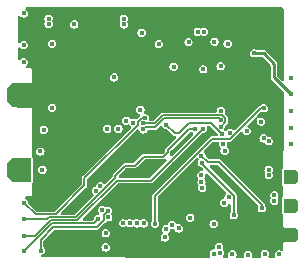
<source format=gbr>
%TF.GenerationSoftware,KiCad,Pcbnew,8.0.5*%
%TF.CreationDate,2024-10-22T08:55:14+02:00*%
%TF.ProjectId,cansatperso,63616e73-6174-4706-9572-736f2e6b6963,rev?*%
%TF.SameCoordinates,Original*%
%TF.FileFunction,Copper,L3,Inr*%
%TF.FilePolarity,Positive*%
%FSLAX46Y46*%
G04 Gerber Fmt 4.6, Leading zero omitted, Abs format (unit mm)*
G04 Created by KiCad (PCBNEW 8.0.5) date 2024-10-22 08:55:14*
%MOMM*%
%LPD*%
G01*
G04 APERTURE LIST*
G04 Aperture macros list*
%AMOutline5P*
0 Free polygon, 5 corners , with rotation*
0 The origin of the aperture is its center*
0 number of corners: always 5*
0 $1 to $10 corner X, Y*
0 $11 Rotation angle, in degrees counterclockwise*
0 create outline with 5 corners*
4,1,5,$1,$2,$3,$4,$5,$6,$7,$8,$9,$10,$1,$2,$11*%
%AMOutline6P*
0 Free polygon, 6 corners , with rotation*
0 The origin of the aperture is its center*
0 number of corners: always 6*
0 $1 to $12 corner X, Y*
0 $13 Rotation angle, in degrees counterclockwise*
0 create outline with 6 corners*
4,1,6,$1,$2,$3,$4,$5,$6,$7,$8,$9,$10,$11,$12,$1,$2,$13*%
%AMOutline7P*
0 Free polygon, 7 corners , with rotation*
0 The origin of the aperture is its center*
0 number of corners: always 7*
0 $1 to $14 corner X, Y*
0 $15 Rotation angle, in degrees counterclockwise*
0 create outline with 7 corners*
4,1,7,$1,$2,$3,$4,$5,$6,$7,$8,$9,$10,$11,$12,$13,$14,$1,$2,$15*%
%AMOutline8P*
0 Free polygon, 8 corners , with rotation*
0 The origin of the aperture is its center*
0 number of corners: always 8*
0 $1 to $16 corner X, Y*
0 $17 Rotation angle, in degrees counterclockwise*
0 create outline with 8 corners*
4,1,8,$1,$2,$3,$4,$5,$6,$7,$8,$9,$10,$11,$12,$13,$14,$15,$16,$1,$2,$17*%
%AMFreePoly0*
4,1,8,1.000000,0.600000,1.000000,-1.000000,0.000000,-1.000000,-1.000000,-1.000000,-1.000000,0.600000,-0.600000,1.000000,0.600000,1.000000,1.000000,0.600000,1.000000,0.600000,$1*%
G04 Aperture macros list end*
%TA.AperFunction,ComponentPad*%
%ADD10Outline6P,-0.600000X0.360000X-0.360000X0.600000X0.360000X0.600000X0.600000X0.360000X0.600000X-0.600000X-0.600000X-0.600000X270.000000*%
%TD*%
%TA.AperFunction,ComponentPad*%
%ADD11FreePoly0,90.000000*%
%TD*%
%TA.AperFunction,ViaPad*%
%ADD12C,0.400000*%
%TD*%
%TA.AperFunction,Conductor*%
%ADD13C,0.250000*%
%TD*%
%TA.AperFunction,Conductor*%
%ADD14C,0.150000*%
%TD*%
%TA.AperFunction,Conductor*%
%ADD15C,0.200000*%
%TD*%
G04 APERTURE END LIST*
D10*
%TO.N,TIM3_CHI_PWM4*%
%TO.C,REF\u002A\u002A2*%
X195660000Y-87340000D03*
%TD*%
D11*
%TO.N,GND*%
%TO.C,*%
X172680000Y-80400000D03*
%TD*%
D10*
%TO.N,+5V*%
%TO.C,REF\u002A\u002A1*%
X195660000Y-89740000D03*
%TD*%
%TO.N,GND*%
%TO.C,REF\u002A\u002A*%
X195660000Y-92190000D03*
%TD*%
D11*
%TO.N,BAT+*%
%TO.C,REF\u002A\u002A*%
X172675000Y-86705000D03*
%TD*%
D12*
%TO.N,GND*%
X194680000Y-91940000D03*
%TO.N,+3.3V*%
X180140000Y-83220000D03*
X181090000Y-83220000D03*
%TO.N,GND*%
X176360000Y-93120000D03*
X176050000Y-79740000D03*
X184730000Y-85210000D03*
X176140000Y-82470000D03*
X194760000Y-76690000D03*
X195710000Y-81720000D03*
X192250000Y-88020000D03*
X182160000Y-85940000D03*
X188780000Y-77860000D03*
X188060000Y-80840000D03*
X191100000Y-73300000D03*
X174140000Y-76740000D03*
X182600000Y-73300000D03*
X189650000Y-79120000D03*
X190880000Y-79060000D03*
X175390000Y-93170000D03*
X180900000Y-73300000D03*
X185500000Y-89530000D03*
X183680000Y-78680000D03*
X178400000Y-90820000D03*
X173080000Y-74720000D03*
X186810000Y-92670000D03*
X182750000Y-85180000D03*
X194760000Y-85190000D03*
X186380000Y-89540000D03*
X183870000Y-86560000D03*
X185770000Y-86240000D03*
X177800000Y-79760000D03*
X175330000Y-93790000D03*
X182730000Y-75760000D03*
X179340000Y-84110000D03*
X191820000Y-87500000D03*
X192290000Y-91270000D03*
X177500000Y-73300000D03*
X188800000Y-87800000D03*
X174340000Y-78550000D03*
X183840000Y-85180000D03*
X179390000Y-79780000D03*
X175330000Y-92590000D03*
X183670000Y-77690000D03*
X187970000Y-90257500D03*
X178860000Y-92680000D03*
X187700000Y-73300000D03*
X184670000Y-89530000D03*
X184040000Y-93547500D03*
X182700000Y-93770000D03*
X194580000Y-91267500D03*
X189400000Y-73300000D03*
X174340000Y-80170000D03*
X178930000Y-93810000D03*
X189690000Y-80400000D03*
X182750000Y-86610000D03*
X179200000Y-73300000D03*
X181370000Y-87230000D03*
X192770000Y-77880000D03*
X178130000Y-84070000D03*
X181450000Y-79430000D03*
X192420000Y-91820000D03*
X187000000Y-91430000D03*
X174400000Y-90095000D03*
X183600000Y-79750000D03*
X191330000Y-77620000D03*
X185670000Y-85170000D03*
X181840000Y-86720000D03*
X194760000Y-80090000D03*
X181000000Y-93770000D03*
X177480000Y-92630000D03*
X184300000Y-73300000D03*
X177600000Y-93770000D03*
X186000000Y-73300000D03*
X188010000Y-79360000D03*
X192600000Y-87500000D03*
%TO.N,+3.3V*%
X193380000Y-84040000D03*
X190050000Y-89495521D03*
X189750000Y-81710000D03*
X193800000Y-86700000D03*
X189950000Y-84530000D03*
X187800000Y-75020000D03*
X190420521Y-89010521D03*
X190070000Y-85070000D03*
X193830000Y-84270000D03*
X195710000Y-80320000D03*
X173070000Y-76130000D03*
X186180000Y-91660000D03*
X188320000Y-75010000D03*
X185110000Y-91730000D03*
X192570000Y-76830000D03*
X183050000Y-75090000D03*
X193816587Y-87131306D03*
X181740000Y-82530000D03*
X193150000Y-82610000D03*
X185020000Y-92422500D03*
%TO.N,NRST*%
X173080000Y-93590000D03*
X179380000Y-90850660D03*
%TO.N,USART3_RX*%
X180000000Y-93270000D03*
X182345000Y-82715000D03*
%TO.N,SDDETECT*%
X193396250Y-81483750D03*
X184190000Y-91260000D03*
%TO.N,VIN*%
X175470000Y-81450000D03*
X182950430Y-81600789D03*
X174480000Y-85147500D03*
%TO.N,+5V*%
X177340000Y-74380000D03*
X189147500Y-91280000D03*
X193490000Y-93810000D03*
X181560000Y-74390000D03*
X173070000Y-73460000D03*
X181541494Y-73890340D03*
X175170000Y-73890000D03*
X175170000Y-74330000D03*
X194280000Y-88840000D03*
X194280000Y-89310000D03*
X195710000Y-78920000D03*
%TO.N,ADC1_IN3_VBAT*%
X174770000Y-83300000D03*
X179180000Y-88470000D03*
%TO.N,ADC1_IN2_CURR*%
X180720000Y-78872500D03*
X179541191Y-88089171D03*
%TO.N,I2C3_SDA_ACCEL*%
X185110000Y-82870000D03*
X195710000Y-83120000D03*
X189860000Y-83705000D03*
%TO.N,I2C3_SCL_ACCEL*%
X188090000Y-87150000D03*
X191937000Y-83410000D03*
X195710000Y-84520000D03*
%TO.N,3.3VEN*%
X189655249Y-93721215D03*
X189160000Y-93790000D03*
X189740000Y-77920000D03*
X190530166Y-83559834D03*
X189610000Y-93200000D03*
%TO.N,SPI1_CS_SD*%
X182650000Y-91240000D03*
X190330000Y-76010000D03*
%TO.N,SPI1_MISO_SD*%
X181480000Y-91210000D03*
X184510000Y-76050000D03*
%TO.N,SPI1_SCK_SD*%
X180225170Y-90704168D03*
X187020000Y-75880000D03*
%TO.N,SPI1_MOSI_SD*%
X189220000Y-75840000D03*
X182060000Y-91220000D03*
%TO.N,USART1_RX_GPS*%
X189730000Y-83060000D03*
X183132230Y-82772331D03*
%TO.N,USART1_TX_GPS*%
X183185000Y-83269541D03*
X189760000Y-82490000D03*
%TO.N,LPUART1_RX_RADIO*%
X185760000Y-77960000D03*
X179690000Y-90100000D03*
%TO.N,LPUART1_TX_RADIO*%
X187160000Y-90760000D03*
X188260000Y-78180000D03*
%TO.N,GPIO_EXTI1*%
X173070000Y-77580000D03*
X183230000Y-91230000D03*
%TO.N,SWO*%
X183310000Y-82305000D03*
X173090000Y-89490000D03*
%TO.N,SWDIO*%
X188230000Y-83220000D03*
X173070000Y-92300000D03*
%TO.N,SWCLK{slash}I2C1_SDA*%
X173070000Y-90900000D03*
X187585000Y-83220000D03*
%TO.N,TIM3_CHI_PWM4*%
X188120000Y-87730000D03*
%TO.N,USART3_TX*%
X185620000Y-91330000D03*
X180020000Y-92060000D03*
%TO.N,D+*%
X193220000Y-89955000D03*
X188120000Y-85490000D03*
%TO.N,D-*%
X190860000Y-90540000D03*
X188150000Y-86110000D03*
%TO.N,BAT+*%
X174650000Y-86680000D03*
X175470000Y-76026000D03*
%TO.N,PWEN*%
X188180000Y-88240000D03*
X194690000Y-93860000D03*
%TO.N,USBD+*%
X192060000Y-93870000D03*
%TO.N,USBD-*%
X190740000Y-93860000D03*
%TO.N,ADC2_IN17*%
X180190000Y-90150000D03*
X174500000Y-93530000D03*
%TD*%
D13*
%TO.N,+3.3V*%
X194270000Y-77730000D02*
X193370000Y-76830000D01*
X195710000Y-80320000D02*
X194270000Y-78880000D01*
X193370000Y-76830000D02*
X192570000Y-76830000D01*
X194270000Y-78880000D02*
X194270000Y-77730000D01*
D14*
%TO.N,NRST*%
X175439669Y-91230331D02*
X173080000Y-93590000D01*
X179000329Y-91230331D02*
X175439669Y-91230331D01*
X179380000Y-90850660D02*
X179000329Y-91230331D01*
%TO.N,SDDETECT*%
X188999669Y-84080000D02*
X190540331Y-84080000D01*
X193136581Y-81483750D02*
X193396250Y-81483750D01*
X184190000Y-88889669D02*
X188999669Y-84080000D01*
X190540331Y-84080000D02*
X193136581Y-81483750D01*
X184190000Y-91260000D02*
X184190000Y-88889669D01*
D13*
%TO.N,VIN*%
X182950430Y-81600789D02*
X182950430Y-81609389D01*
D14*
%TO.N,I2C3_SDA_ACCEL*%
X187070000Y-82750000D02*
X186225000Y-83595000D01*
X189844669Y-83705000D02*
X188889669Y-82750000D01*
X186225000Y-83595000D02*
X185835000Y-83595000D01*
X189860000Y-83705000D02*
X189844669Y-83705000D01*
X188889669Y-82750000D02*
X187070000Y-82750000D01*
X185835000Y-83595000D02*
X185110000Y-82870000D01*
%TO.N,USART1_RX_GPS*%
X190140000Y-82650000D02*
X189730000Y-83060000D01*
X184851446Y-82095000D02*
X189895331Y-82095000D01*
X183132230Y-82772331D02*
X184174115Y-82772331D01*
X184174115Y-82772331D02*
X184851446Y-82095000D01*
X189895331Y-82095000D02*
X190140000Y-82339669D01*
X190140000Y-82339669D02*
X190140000Y-82650000D01*
%TO.N,USART1_TX_GPS*%
X184955000Y-82345000D02*
X189615000Y-82345000D01*
X184210000Y-83090000D02*
X184955000Y-82345000D01*
X183364541Y-83090000D02*
X184210000Y-83090000D01*
X189615000Y-82345000D02*
X189760000Y-82490000D01*
X183185000Y-83269541D02*
X183364541Y-83090000D01*
%TO.N,SWO*%
X183069230Y-82305000D02*
X183310000Y-82305000D01*
X182720000Y-82654230D02*
X183069230Y-82305000D01*
X178210000Y-88024872D02*
X178210000Y-87380331D01*
X173090000Y-89490000D02*
X174070000Y-90470000D01*
X182720000Y-82870331D02*
X182720000Y-82654230D01*
X178210000Y-87380331D02*
X182720000Y-82870331D01*
X175764872Y-90470000D02*
X178210000Y-88024872D01*
X174070000Y-90470000D02*
X175764872Y-90470000D01*
%TO.N,SWDIO*%
X177579669Y-90980331D02*
X180940000Y-87620000D01*
X175336115Y-90980331D02*
X177579669Y-90980331D01*
X180940000Y-87620000D02*
X183830000Y-87620000D01*
X173070000Y-92300000D02*
X174016446Y-92300000D01*
X183830000Y-87620000D02*
X188230000Y-83220000D01*
X174016446Y-92300000D02*
X175336115Y-90980331D01*
%TO.N,SWCLK{slash}I2C1_SDA*%
X184885331Y-85585000D02*
X185250000Y-85220331D01*
X175062892Y-90900000D02*
X175232561Y-90730331D01*
X182484669Y-86345000D02*
X183244669Y-85585000D01*
X185250000Y-85220331D02*
X185250000Y-85059669D01*
X185250000Y-85059669D02*
X187089669Y-83220000D01*
X177476115Y-90730331D02*
X180836446Y-87370000D01*
X180836446Y-87370000D02*
X180836446Y-87193223D01*
X173070000Y-90900000D02*
X175062892Y-90900000D01*
X175232561Y-90730331D02*
X177476115Y-90730331D01*
X181684669Y-86345000D02*
X182484669Y-86345000D01*
X187089669Y-83220000D02*
X187585000Y-83220000D01*
X183244669Y-85585000D02*
X184885331Y-85585000D01*
X180836446Y-87193223D02*
X181684669Y-86345000D01*
D15*
%TO.N,D+*%
X188670000Y-86040000D02*
X188120000Y-85490000D01*
X193220000Y-89955000D02*
X193220000Y-89660000D01*
X189600000Y-86040000D02*
X188670000Y-86040000D01*
X193220000Y-89660000D02*
X189600000Y-86040000D01*
%TO.N,D-*%
X188150000Y-86174314D02*
X190860000Y-88884314D01*
X190860000Y-88884314D02*
X190860000Y-90540000D01*
X188150000Y-86110000D02*
X188150000Y-86174314D01*
D14*
%TO.N,ADC2_IN17*%
X174500000Y-92620000D02*
X175570000Y-91550000D01*
X179270000Y-91550000D02*
X179850170Y-90969830D01*
X179850170Y-90969830D02*
X179850170Y-90489830D01*
X175570000Y-91550000D02*
X179270000Y-91550000D01*
X174500000Y-93530000D02*
X174500000Y-92620000D01*
X179850170Y-90489830D02*
X180190000Y-90150000D01*
%TD*%
%TA.AperFunction,Conductor*%
%TO.N,GND*%
G36*
X195012539Y-72960185D02*
G01*
X195058294Y-73012989D01*
X195069500Y-73064500D01*
X195069500Y-78249992D01*
X195084799Y-78286928D01*
X195108511Y-78310640D01*
X195141996Y-78371963D01*
X195144830Y-78398437D01*
X195144205Y-79065343D01*
X195124458Y-79132364D01*
X195071611Y-79178070D01*
X195002443Y-79187948D01*
X194938914Y-79158864D01*
X194932524Y-79152908D01*
X194581819Y-78802203D01*
X194548334Y-78740880D01*
X194545500Y-78714522D01*
X194545500Y-77675201D01*
X194545500Y-77675200D01*
X194507102Y-77582500D01*
X194503557Y-77573941D01*
X194503556Y-77573940D01*
X194503556Y-77573939D01*
X193526059Y-76596444D01*
X193526058Y-76596443D01*
X193424800Y-76554500D01*
X192831112Y-76554500D01*
X192774820Y-76540985D01*
X192679661Y-76492500D01*
X192679659Y-76492499D01*
X192679656Y-76492498D01*
X192570002Y-76475131D01*
X192569998Y-76475131D01*
X192460341Y-76492498D01*
X192361414Y-76542904D01*
X192361407Y-76542909D01*
X192282909Y-76621407D01*
X192282904Y-76621414D01*
X192232498Y-76720341D01*
X192215131Y-76829997D01*
X192215131Y-76830002D01*
X192232498Y-76939658D01*
X192282904Y-77038585D01*
X192282909Y-77038592D01*
X192361407Y-77117090D01*
X192361410Y-77117092D01*
X192361413Y-77117095D01*
X192377291Y-77125185D01*
X192460341Y-77167501D01*
X192569998Y-77184869D01*
X192570000Y-77184869D01*
X192570002Y-77184869D01*
X192679656Y-77167501D01*
X192679656Y-77167500D01*
X192679661Y-77167500D01*
X192774820Y-77119014D01*
X192831112Y-77105500D01*
X193204523Y-77105500D01*
X193271562Y-77125185D01*
X193292204Y-77141819D01*
X193958181Y-77807796D01*
X193991666Y-77869119D01*
X193994500Y-77895477D01*
X193994500Y-78934802D01*
X194014118Y-78982162D01*
X194014117Y-78982162D01*
X194036441Y-79036055D01*
X194036444Y-79036059D01*
X195106828Y-80106444D01*
X195140313Y-80167767D01*
X195143147Y-80194241D01*
X195138675Y-84967948D01*
X195118928Y-85034969D01*
X195102359Y-85055511D01*
X195074799Y-85083072D01*
X195059500Y-85120007D01*
X195059500Y-86493051D01*
X195039815Y-86560090D01*
X195004391Y-86596153D01*
X194951495Y-86631496D01*
X194918234Y-86681275D01*
X194918231Y-86681282D01*
X194909500Y-86725177D01*
X194909500Y-86725180D01*
X194909500Y-87954820D01*
X194909500Y-87954822D01*
X194909499Y-87954822D01*
X194918231Y-87998717D01*
X194918234Y-87998724D01*
X194951494Y-88048502D01*
X194951495Y-88048502D01*
X194951496Y-88048504D01*
X195001278Y-88081767D01*
X195001280Y-88081767D01*
X195004390Y-88083845D01*
X195049195Y-88137457D01*
X195059500Y-88186948D01*
X195059500Y-88893051D01*
X195039815Y-88960090D01*
X195004391Y-88996153D01*
X194951495Y-89031496D01*
X194918234Y-89081275D01*
X194918231Y-89081282D01*
X194909500Y-89125177D01*
X194909500Y-89125180D01*
X194909500Y-90354820D01*
X194909500Y-90354822D01*
X194909499Y-90354822D01*
X194918231Y-90398717D01*
X194918234Y-90398724D01*
X194951494Y-90448502D01*
X194951495Y-90448502D01*
X194951496Y-90448504D01*
X195001278Y-90481767D01*
X195001280Y-90481767D01*
X195004390Y-90483845D01*
X195049195Y-90537457D01*
X195059500Y-90586948D01*
X195059500Y-91469992D01*
X195074799Y-91506928D01*
X195096128Y-91528257D01*
X195129613Y-91589580D01*
X195132447Y-91616054D01*
X195131362Y-92775261D01*
X195111615Y-92842282D01*
X195095046Y-92862823D01*
X195074800Y-92883069D01*
X195074799Y-92883071D01*
X195059500Y-92920007D01*
X195059500Y-93452545D01*
X195039815Y-93519584D01*
X194987011Y-93565339D01*
X194917853Y-93575283D01*
X194879206Y-93563030D01*
X194799658Y-93522498D01*
X194690002Y-93505131D01*
X194689998Y-93505131D01*
X194580341Y-93522498D01*
X194481414Y-93572904D01*
X194481407Y-93572909D01*
X194402909Y-93651407D01*
X194402904Y-93651414D01*
X194352498Y-93750341D01*
X194335131Y-93859997D01*
X194335131Y-93860002D01*
X194352499Y-93969659D01*
X194355514Y-93978937D01*
X194353688Y-93979530D01*
X194364342Y-94036262D01*
X194338065Y-94101002D01*
X194280958Y-94141258D01*
X194240743Y-94147886D01*
X193913637Y-94147312D01*
X193846633Y-94127510D01*
X193800970Y-94074625D01*
X193791148Y-94005450D01*
X193803368Y-93967022D01*
X193827500Y-93919661D01*
X193833011Y-93884869D01*
X193844869Y-93810002D01*
X193844869Y-93809997D01*
X193827501Y-93700341D01*
X193827153Y-93699658D01*
X193777095Y-93601413D01*
X193777092Y-93601410D01*
X193777090Y-93601407D01*
X193698592Y-93522909D01*
X193698588Y-93522906D01*
X193698587Y-93522905D01*
X193678417Y-93512628D01*
X193599658Y-93472498D01*
X193490002Y-93455131D01*
X193489998Y-93455131D01*
X193380341Y-93472498D01*
X193281414Y-93522904D01*
X193281407Y-93522909D01*
X193202909Y-93601407D01*
X193202904Y-93601414D01*
X193152498Y-93700341D01*
X193135131Y-93809997D01*
X193135131Y-93810002D01*
X193152498Y-93919658D01*
X193175871Y-93965530D01*
X193188767Y-94034200D01*
X193162490Y-94098940D01*
X193105383Y-94139196D01*
X193065168Y-94145824D01*
X192514277Y-94144857D01*
X192447273Y-94125055D01*
X192401610Y-94072170D01*
X192391788Y-94002995D01*
X192396568Y-93982527D01*
X192397496Y-93979667D01*
X192397500Y-93979661D01*
X192412837Y-93882828D01*
X192414869Y-93870002D01*
X192414869Y-93869997D01*
X192397501Y-93760341D01*
X192377564Y-93721212D01*
X192347095Y-93661413D01*
X192347092Y-93661410D01*
X192347090Y-93661407D01*
X192268592Y-93582909D01*
X192268588Y-93582906D01*
X192268587Y-93582905D01*
X192229580Y-93563030D01*
X192169658Y-93532498D01*
X192060002Y-93515131D01*
X192059998Y-93515131D01*
X191950341Y-93532498D01*
X191851414Y-93582904D01*
X191851407Y-93582909D01*
X191772909Y-93661407D01*
X191772904Y-93661414D01*
X191722498Y-93760341D01*
X191705131Y-93869997D01*
X191705131Y-93870002D01*
X191722499Y-93979662D01*
X191722916Y-93980944D01*
X191722962Y-93982588D01*
X191724026Y-93989300D01*
X191723158Y-93989437D01*
X191724911Y-94050785D01*
X191688830Y-94110618D01*
X191626128Y-94141445D01*
X191604767Y-94143261D01*
X191191546Y-94142536D01*
X191124542Y-94122734D01*
X191078879Y-94069849D01*
X191069057Y-94000674D01*
X191075836Y-93979375D01*
X191074486Y-93978937D01*
X191077498Y-93969664D01*
X191077500Y-93969661D01*
X191091191Y-93883223D01*
X191094869Y-93860002D01*
X191094869Y-93859997D01*
X191077501Y-93750341D01*
X191041833Y-93680339D01*
X191027095Y-93651413D01*
X191027092Y-93651410D01*
X191027090Y-93651407D01*
X190948592Y-93572909D01*
X190948588Y-93572906D01*
X190948587Y-93572905D01*
X190929206Y-93563030D01*
X190849658Y-93522498D01*
X190740002Y-93505131D01*
X190739998Y-93505131D01*
X190630341Y-93522498D01*
X190531414Y-93572904D01*
X190531407Y-93572909D01*
X190452909Y-93651407D01*
X190452904Y-93651414D01*
X190402498Y-93750341D01*
X190385131Y-93859997D01*
X190385131Y-93860002D01*
X190402498Y-93969657D01*
X190405414Y-93978629D01*
X190407411Y-94048470D01*
X190371332Y-94108304D01*
X190308632Y-94139133D01*
X190287266Y-94140950D01*
X190030790Y-94140500D01*
X189963786Y-94120698D01*
X189918123Y-94067813D01*
X189908301Y-93998638D01*
X189937438Y-93935133D01*
X189942110Y-93930123D01*
X189942338Y-93929807D01*
X189942344Y-93929802D01*
X189992749Y-93830876D01*
X189992749Y-93830874D01*
X189992750Y-93830873D01*
X190010118Y-93721217D01*
X190010118Y-93721212D01*
X189992750Y-93611556D01*
X189974268Y-93575283D01*
X189942344Y-93512628D01*
X189942341Y-93512625D01*
X189942339Y-93512622D01*
X189940954Y-93511237D01*
X189939807Y-93509136D01*
X189936605Y-93504729D01*
X189937174Y-93504315D01*
X189907469Y-93449914D01*
X189912453Y-93380222D01*
X189918147Y-93367268D01*
X189947500Y-93309661D01*
X189959355Y-93234813D01*
X189964869Y-93200002D01*
X189964869Y-93199997D01*
X189947501Y-93090341D01*
X189932762Y-93061414D01*
X189897095Y-92991413D01*
X189897092Y-92991410D01*
X189897090Y-92991407D01*
X189818592Y-92912909D01*
X189818588Y-92912906D01*
X189818587Y-92912905D01*
X189778736Y-92892600D01*
X189719658Y-92862498D01*
X189610002Y-92845131D01*
X189609998Y-92845131D01*
X189500341Y-92862498D01*
X189401414Y-92912904D01*
X189401407Y-92912909D01*
X189322909Y-92991407D01*
X189322904Y-92991414D01*
X189272498Y-93090341D01*
X189255131Y-93199997D01*
X189255131Y-93200003D01*
X189269734Y-93292205D01*
X189260779Y-93361498D01*
X189215783Y-93414950D01*
X189166660Y-93434075D01*
X189050341Y-93452499D01*
X188951414Y-93502904D01*
X188951407Y-93502909D01*
X188872909Y-93581407D01*
X188872904Y-93581414D01*
X188822498Y-93680341D01*
X188805131Y-93789997D01*
X188805131Y-93790002D01*
X188822498Y-93899656D01*
X188822499Y-93899659D01*
X188822500Y-93899661D01*
X188852197Y-93957946D01*
X188865093Y-94026612D01*
X188838817Y-94091353D01*
X188781710Y-94131610D01*
X188741494Y-94138238D01*
X174631923Y-94113485D01*
X174564919Y-94093683D01*
X174519256Y-94040799D01*
X174509434Y-93971623D01*
X174538571Y-93908118D01*
X174597415Y-93870447D01*
X174607653Y-93868152D01*
X174609657Y-93867501D01*
X174609658Y-93867500D01*
X174609661Y-93867500D01*
X174708587Y-93817095D01*
X174787095Y-93738587D01*
X174837500Y-93639661D01*
X174837500Y-93639659D01*
X174837501Y-93639658D01*
X174854869Y-93530002D01*
X174854869Y-93529997D01*
X174837501Y-93420341D01*
X174817059Y-93380222D01*
X174787095Y-93321413D01*
X174787092Y-93321410D01*
X174787090Y-93321407D01*
X174761819Y-93296136D01*
X174747546Y-93269997D01*
X179645131Y-93269997D01*
X179645131Y-93270002D01*
X179662498Y-93379658D01*
X179712904Y-93478585D01*
X179712909Y-93478592D01*
X179791407Y-93557090D01*
X179791410Y-93557092D01*
X179791413Y-93557095D01*
X179890339Y-93607500D01*
X179890341Y-93607501D01*
X179999998Y-93624869D01*
X180000000Y-93624869D01*
X180000002Y-93624869D01*
X180109658Y-93607501D01*
X180109659Y-93607500D01*
X180109661Y-93607500D01*
X180208587Y-93557095D01*
X180287095Y-93478587D01*
X180337500Y-93379661D01*
X180337500Y-93379659D01*
X180337501Y-93379658D01*
X180354869Y-93270002D01*
X180354869Y-93269997D01*
X180337501Y-93160341D01*
X180301833Y-93090339D01*
X180287095Y-93061413D01*
X180287092Y-93061410D01*
X180287090Y-93061407D01*
X180208592Y-92982909D01*
X180208588Y-92982906D01*
X180208587Y-92982905D01*
X180204743Y-92980946D01*
X180109658Y-92932498D01*
X180000002Y-92915131D01*
X179999998Y-92915131D01*
X179890341Y-92932498D01*
X179791414Y-92982904D01*
X179791407Y-92982909D01*
X179712909Y-93061407D01*
X179712904Y-93061414D01*
X179662498Y-93160341D01*
X179645131Y-93269997D01*
X174747546Y-93269997D01*
X174728334Y-93234813D01*
X174725500Y-93208455D01*
X174725500Y-92764767D01*
X174745185Y-92697728D01*
X174761819Y-92677086D01*
X175016408Y-92422497D01*
X184665131Y-92422497D01*
X184665131Y-92422502D01*
X184682498Y-92532158D01*
X184732904Y-92631085D01*
X184732909Y-92631092D01*
X184811407Y-92709590D01*
X184811410Y-92709592D01*
X184811413Y-92709595D01*
X184865554Y-92737181D01*
X184910341Y-92760001D01*
X185019998Y-92777369D01*
X185020000Y-92777369D01*
X185020002Y-92777369D01*
X185129658Y-92760001D01*
X185129659Y-92760000D01*
X185129661Y-92760000D01*
X185228587Y-92709595D01*
X185307095Y-92631087D01*
X185357500Y-92532161D01*
X185357500Y-92532159D01*
X185357501Y-92532158D01*
X185374869Y-92422502D01*
X185374869Y-92422497D01*
X185357501Y-92312841D01*
X185334955Y-92268592D01*
X185307095Y-92213913D01*
X185307092Y-92213910D01*
X185307090Y-92213907D01*
X185300597Y-92207414D01*
X185267112Y-92146091D01*
X185272096Y-92076399D01*
X185313968Y-92020466D01*
X185315401Y-92019409D01*
X185318580Y-92017098D01*
X185318587Y-92017095D01*
X185397095Y-91938587D01*
X185447500Y-91839661D01*
X185456240Y-91784475D01*
X185486168Y-91721344D01*
X185545479Y-91684412D01*
X185598111Y-91681402D01*
X185620000Y-91684869D01*
X185620000Y-91684868D01*
X185620001Y-91684869D01*
X185620002Y-91684869D01*
X185701480Y-91671964D01*
X185770773Y-91680918D01*
X185824225Y-91725915D01*
X185837849Y-91760905D01*
X185839482Y-91760375D01*
X185842498Y-91769657D01*
X185892904Y-91868585D01*
X185892909Y-91868592D01*
X185971407Y-91947090D01*
X185971410Y-91947092D01*
X185971413Y-91947095D01*
X186070339Y-91997500D01*
X186070341Y-91997501D01*
X186179998Y-92014869D01*
X186180000Y-92014869D01*
X186180002Y-92014869D01*
X186289658Y-91997501D01*
X186289659Y-91997500D01*
X186289661Y-91997500D01*
X186388587Y-91947095D01*
X186467095Y-91868587D01*
X186517500Y-91769661D01*
X186517500Y-91769659D01*
X186517501Y-91769658D01*
X186534869Y-91660002D01*
X186534869Y-91659997D01*
X186517501Y-91550341D01*
X186502762Y-91521414D01*
X186467095Y-91451413D01*
X186467092Y-91451410D01*
X186467090Y-91451407D01*
X186388592Y-91372909D01*
X186388588Y-91372906D01*
X186388587Y-91372905D01*
X186323336Y-91339658D01*
X186289658Y-91322498D01*
X186180002Y-91305131D01*
X186180000Y-91305131D01*
X186156490Y-91308854D01*
X186098518Y-91318036D01*
X186029224Y-91309080D01*
X185994677Y-91279997D01*
X188792631Y-91279997D01*
X188792631Y-91280002D01*
X188809998Y-91389658D01*
X188860404Y-91488585D01*
X188860409Y-91488592D01*
X188938907Y-91567090D01*
X188938910Y-91567092D01*
X188938913Y-91567095D01*
X189032675Y-91614869D01*
X189037841Y-91617501D01*
X189147498Y-91634869D01*
X189147500Y-91634869D01*
X189147502Y-91634869D01*
X189257158Y-91617501D01*
X189257159Y-91617500D01*
X189257161Y-91617500D01*
X189356087Y-91567095D01*
X189434595Y-91488587D01*
X189485000Y-91389661D01*
X189485000Y-91389659D01*
X189485001Y-91389658D01*
X189502369Y-91280002D01*
X189502369Y-91279997D01*
X189485001Y-91170341D01*
X189480659Y-91161819D01*
X189434595Y-91071413D01*
X189434592Y-91071410D01*
X189434590Y-91071407D01*
X189356092Y-90992909D01*
X189356088Y-90992906D01*
X189356087Y-90992905D01*
X189340859Y-90985146D01*
X189257158Y-90942498D01*
X189147502Y-90925131D01*
X189147498Y-90925131D01*
X189037841Y-90942498D01*
X188938914Y-90992904D01*
X188938907Y-90992909D01*
X188860409Y-91071407D01*
X188860404Y-91071414D01*
X188809998Y-91170341D01*
X188792631Y-91279997D01*
X185994677Y-91279997D01*
X185975773Y-91264083D01*
X185962153Y-91229093D01*
X185960518Y-91229625D01*
X185957501Y-91220342D01*
X185957500Y-91220340D01*
X185957500Y-91220339D01*
X185907095Y-91121413D01*
X185907092Y-91121410D01*
X185907090Y-91121407D01*
X185828592Y-91042909D01*
X185828588Y-91042906D01*
X185828587Y-91042905D01*
X185824743Y-91040946D01*
X185729658Y-90992498D01*
X185620002Y-90975131D01*
X185619998Y-90975131D01*
X185510341Y-90992498D01*
X185411414Y-91042904D01*
X185411407Y-91042909D01*
X185332909Y-91121407D01*
X185332904Y-91121414D01*
X185282498Y-91220341D01*
X185273759Y-91275522D01*
X185243830Y-91338657D01*
X185184518Y-91375588D01*
X185131890Y-91378598D01*
X185112885Y-91375588D01*
X185110000Y-91375131D01*
X185109999Y-91375131D01*
X185109998Y-91375131D01*
X185000341Y-91392498D01*
X184901414Y-91442904D01*
X184901407Y-91442909D01*
X184822909Y-91521407D01*
X184822904Y-91521414D01*
X184772498Y-91620341D01*
X184755131Y-91729997D01*
X184755131Y-91730002D01*
X184772498Y-91839658D01*
X184822904Y-91938585D01*
X184822909Y-91938592D01*
X184829402Y-91945085D01*
X184862887Y-92006408D01*
X184857903Y-92076100D01*
X184816031Y-92132033D01*
X184814609Y-92133083D01*
X184811408Y-92135408D01*
X184732909Y-92213907D01*
X184732904Y-92213914D01*
X184682498Y-92312841D01*
X184665131Y-92422497D01*
X175016408Y-92422497D01*
X175378908Y-92059997D01*
X179665131Y-92059997D01*
X179665131Y-92060002D01*
X179682498Y-92169658D01*
X179732904Y-92268585D01*
X179732909Y-92268592D01*
X179811407Y-92347090D01*
X179811410Y-92347092D01*
X179811413Y-92347095D01*
X179910339Y-92397500D01*
X179910341Y-92397501D01*
X180019998Y-92414869D01*
X180020000Y-92414869D01*
X180020002Y-92414869D01*
X180129658Y-92397501D01*
X180129659Y-92397500D01*
X180129661Y-92397500D01*
X180228587Y-92347095D01*
X180307095Y-92268587D01*
X180357500Y-92169661D01*
X180357500Y-92169659D01*
X180357501Y-92169658D01*
X180374869Y-92060002D01*
X180374869Y-92059997D01*
X180357501Y-91950341D01*
X180315848Y-91868592D01*
X180307095Y-91851413D01*
X180307092Y-91851410D01*
X180307090Y-91851407D01*
X180228592Y-91772909D01*
X180228588Y-91772906D01*
X180228587Y-91772905D01*
X180205036Y-91760905D01*
X180129658Y-91722498D01*
X180020002Y-91705131D01*
X180019998Y-91705131D01*
X179910341Y-91722498D01*
X179811414Y-91772904D01*
X179811407Y-91772909D01*
X179732909Y-91851407D01*
X179732904Y-91851414D01*
X179682498Y-91950341D01*
X179665131Y-92059997D01*
X175378908Y-92059997D01*
X175627086Y-91811819D01*
X175688409Y-91778334D01*
X175714767Y-91775500D01*
X179210703Y-91775500D01*
X179210711Y-91775501D01*
X179225145Y-91775501D01*
X179314854Y-91775501D01*
X179314855Y-91775501D01*
X179376396Y-91750009D01*
X179397736Y-91741170D01*
X179461170Y-91677736D01*
X179461170Y-91677735D01*
X179478608Y-91660297D01*
X179478609Y-91660294D01*
X179928908Y-91209997D01*
X181125131Y-91209997D01*
X181125131Y-91210002D01*
X181142498Y-91319658D01*
X181192904Y-91418585D01*
X181192909Y-91418592D01*
X181271407Y-91497090D01*
X181271410Y-91497092D01*
X181271413Y-91497095D01*
X181346199Y-91535200D01*
X181370341Y-91547501D01*
X181479998Y-91564869D01*
X181480000Y-91564869D01*
X181480002Y-91564869D01*
X181589658Y-91547501D01*
X181589659Y-91547500D01*
X181589661Y-91547500D01*
X181688587Y-91497095D01*
X181688587Y-91497094D01*
X181688590Y-91497093D01*
X181691426Y-91495033D01*
X181695453Y-91493595D01*
X181697283Y-91492664D01*
X181697403Y-91492900D01*
X181757233Y-91471555D01*
X181825286Y-91487382D01*
X181847221Y-91504049D01*
X181851410Y-91507092D01*
X181851413Y-91507095D01*
X181906573Y-91535200D01*
X181950341Y-91557501D01*
X182059998Y-91574869D01*
X182060000Y-91574869D01*
X182060002Y-91574869D01*
X182169658Y-91557501D01*
X182169659Y-91557500D01*
X182169661Y-91557500D01*
X182268587Y-91507095D01*
X182268587Y-91507094D01*
X182268590Y-91507093D01*
X182271426Y-91505033D01*
X182275453Y-91503595D01*
X182277283Y-91502664D01*
X182277403Y-91502900D01*
X182337233Y-91481555D01*
X182405286Y-91497382D01*
X182431989Y-91517672D01*
X182441407Y-91527090D01*
X182441410Y-91527092D01*
X182441413Y-91527095D01*
X182501087Y-91557500D01*
X182540341Y-91577501D01*
X182649998Y-91594869D01*
X182650000Y-91594869D01*
X182650002Y-91594869D01*
X182759658Y-91577501D01*
X182759659Y-91577500D01*
X182759661Y-91577500D01*
X182858587Y-91527095D01*
X182858592Y-91527089D01*
X182866486Y-91521356D01*
X182867365Y-91522566D01*
X182919314Y-91494190D01*
X182989006Y-91499163D01*
X183018575Y-91515033D01*
X183021412Y-91517094D01*
X183021413Y-91517095D01*
X183100713Y-91557500D01*
X183120341Y-91567501D01*
X183229998Y-91584869D01*
X183230000Y-91584869D01*
X183230002Y-91584869D01*
X183339658Y-91567501D01*
X183339659Y-91567500D01*
X183339661Y-91567500D01*
X183438587Y-91517095D01*
X183517095Y-91438587D01*
X183567500Y-91339661D01*
X183567500Y-91339659D01*
X183567501Y-91339658D01*
X183584869Y-91230002D01*
X183584869Y-91229997D01*
X183567501Y-91120341D01*
X183558070Y-91101832D01*
X183517095Y-91021413D01*
X183517092Y-91021410D01*
X183517090Y-91021407D01*
X183438592Y-90942909D01*
X183438588Y-90942906D01*
X183438587Y-90942905D01*
X183425844Y-90936412D01*
X183339658Y-90892498D01*
X183230002Y-90875131D01*
X183229998Y-90875131D01*
X183120341Y-90892498D01*
X183021414Y-90942904D01*
X183013514Y-90948644D01*
X183012636Y-90947436D01*
X182960657Y-90975814D01*
X182890965Y-90970824D01*
X182861432Y-90954971D01*
X182858590Y-90952907D01*
X182858587Y-90952905D01*
X182799708Y-90922905D01*
X182759658Y-90902498D01*
X182650002Y-90885131D01*
X182649998Y-90885131D01*
X182540341Y-90902498D01*
X182441407Y-90952908D01*
X182438563Y-90954974D01*
X182434529Y-90956412D01*
X182432717Y-90957336D01*
X182432597Y-90957101D01*
X182372753Y-90978445D01*
X182304701Y-90962610D01*
X182278010Y-90942327D01*
X182268592Y-90932909D01*
X182268588Y-90932906D01*
X182268587Y-90932905D01*
X182229040Y-90912755D01*
X182169658Y-90882498D01*
X182060002Y-90865131D01*
X182059998Y-90865131D01*
X181950341Y-90882498D01*
X181851407Y-90932908D01*
X181848563Y-90934974D01*
X181844529Y-90936412D01*
X181842717Y-90937336D01*
X181842597Y-90937101D01*
X181782753Y-90958445D01*
X181714701Y-90942610D01*
X181692774Y-90925947D01*
X181688588Y-90922906D01*
X181688587Y-90922905D01*
X181668676Y-90912760D01*
X181589658Y-90872498D01*
X181480002Y-90855131D01*
X181479998Y-90855131D01*
X181370341Y-90872498D01*
X181271414Y-90922904D01*
X181271407Y-90922909D01*
X181192909Y-91001407D01*
X181192904Y-91001414D01*
X181142498Y-91100341D01*
X181125131Y-91209997D01*
X179928908Y-91209997D01*
X180041340Y-91097566D01*
X180041340Y-91097565D01*
X180049976Y-91088930D01*
X180051910Y-91090864D01*
X180091714Y-91057594D01*
X180160613Y-91048812D01*
X180185023Y-91052678D01*
X180225169Y-91059037D01*
X180225170Y-91059037D01*
X180225172Y-91059037D01*
X180334828Y-91041669D01*
X180334829Y-91041668D01*
X180334831Y-91041668D01*
X180433757Y-90991263D01*
X180512265Y-90912755D01*
X180562670Y-90813829D01*
X180562670Y-90813827D01*
X180562671Y-90813826D01*
X180580039Y-90704170D01*
X180580039Y-90704165D01*
X180562671Y-90594509D01*
X180562327Y-90593834D01*
X180512265Y-90495581D01*
X180512262Y-90495578D01*
X180512260Y-90495575D01*
X180506429Y-90489744D01*
X180472944Y-90428421D01*
X180477928Y-90358729D01*
X180483615Y-90345790D01*
X180527500Y-90259661D01*
X180527501Y-90259656D01*
X180544869Y-90150002D01*
X180544869Y-90149997D01*
X180527501Y-90040341D01*
X180502024Y-89990339D01*
X180477095Y-89941413D01*
X180477092Y-89941410D01*
X180477090Y-89941407D01*
X180398592Y-89862909D01*
X180398588Y-89862906D01*
X180398587Y-89862905D01*
X180365370Y-89845980D01*
X180299658Y-89812498D01*
X180190002Y-89795131D01*
X180189998Y-89795131D01*
X180080340Y-89812499D01*
X180039936Y-89833085D01*
X179971266Y-89845980D01*
X179906527Y-89819702D01*
X179900310Y-89814157D01*
X179898588Y-89812906D01*
X179898587Y-89812905D01*
X179875169Y-89800973D01*
X179799658Y-89762498D01*
X179690002Y-89745131D01*
X179689998Y-89745131D01*
X179580341Y-89762498D01*
X179481414Y-89812904D01*
X179481407Y-89812909D01*
X179402909Y-89891407D01*
X179402904Y-89891414D01*
X179352498Y-89990341D01*
X179335131Y-90099997D01*
X179335131Y-90100002D01*
X179352498Y-90209658D01*
X179402906Y-90308589D01*
X179403581Y-90309518D01*
X179404051Y-90310836D01*
X179407336Y-90317283D01*
X179406502Y-90317707D01*
X179427058Y-90375325D01*
X179411230Y-90443378D01*
X179361122Y-90492071D01*
X179322659Y-90504872D01*
X179270341Y-90513158D01*
X179171414Y-90563564D01*
X179171407Y-90563569D01*
X179092909Y-90642067D01*
X179092904Y-90642074D01*
X179042499Y-90741001D01*
X179024665Y-90853597D01*
X178994735Y-90916731D01*
X178989875Y-90921877D01*
X178943244Y-90968510D01*
X178881922Y-91001997D01*
X178855561Y-91004831D01*
X178173436Y-91004831D01*
X178106397Y-90985146D01*
X178060642Y-90932342D01*
X178050698Y-90863184D01*
X178079723Y-90799628D01*
X178085755Y-90793150D01*
X180997086Y-87881819D01*
X181058409Y-87848334D01*
X181084767Y-87845500D01*
X183770703Y-87845500D01*
X183770711Y-87845501D01*
X183785145Y-87845501D01*
X183874853Y-87845501D01*
X183874855Y-87845501D01*
X183933460Y-87821225D01*
X183957736Y-87811170D01*
X184021170Y-87747736D01*
X184021170Y-87747735D01*
X184038608Y-87730297D01*
X184038610Y-87730294D01*
X188158779Y-83610124D01*
X188220100Y-83576641D01*
X188227061Y-83575334D01*
X188229998Y-83574868D01*
X188230000Y-83574869D01*
X188282146Y-83566609D01*
X188339658Y-83557501D01*
X188339659Y-83557500D01*
X188339661Y-83557500D01*
X188438587Y-83507095D01*
X188517095Y-83428587D01*
X188567500Y-83329661D01*
X188567500Y-83329659D01*
X188567501Y-83329658D01*
X188584869Y-83220002D01*
X188584869Y-83219998D01*
X188568856Y-83118898D01*
X188577810Y-83049605D01*
X188622806Y-82996153D01*
X188689558Y-82975513D01*
X188691329Y-82975500D01*
X188744902Y-82975500D01*
X188811941Y-82995185D01*
X188832583Y-83011819D01*
X189463583Y-83642819D01*
X189497068Y-83704142D01*
X189492084Y-83773834D01*
X189450212Y-83829767D01*
X189384748Y-83854184D01*
X189375902Y-83854500D01*
X189058966Y-83854500D01*
X189058958Y-83854499D01*
X189044524Y-83854499D01*
X188954814Y-83854499D01*
X188954812Y-83854499D01*
X188930169Y-83864707D01*
X188896208Y-83878774D01*
X188896206Y-83878774D01*
X188871933Y-83888829D01*
X183998829Y-88761933D01*
X183988774Y-88786206D01*
X183988774Y-88786208D01*
X183978814Y-88810253D01*
X183964499Y-88844812D01*
X183964499Y-88948957D01*
X183964500Y-88948966D01*
X183964500Y-90938455D01*
X183944815Y-91005494D01*
X183928181Y-91026136D01*
X183902909Y-91051407D01*
X183902904Y-91051414D01*
X183852498Y-91150341D01*
X183835131Y-91259997D01*
X183835131Y-91260002D01*
X183852498Y-91369658D01*
X183902904Y-91468585D01*
X183902909Y-91468592D01*
X183981407Y-91547090D01*
X183981410Y-91547092D01*
X183981413Y-91547095D01*
X184035923Y-91574869D01*
X184080341Y-91597501D01*
X184189998Y-91614869D01*
X184190000Y-91614869D01*
X184190002Y-91614869D01*
X184299658Y-91597501D01*
X184299659Y-91597500D01*
X184299661Y-91597500D01*
X184398587Y-91547095D01*
X184477095Y-91468587D01*
X184527500Y-91369661D01*
X184527500Y-91369659D01*
X184527501Y-91369658D01*
X184544869Y-91260002D01*
X184544869Y-91259997D01*
X184527501Y-91150341D01*
X184524874Y-91145185D01*
X184477095Y-91051413D01*
X184477092Y-91051410D01*
X184477090Y-91051407D01*
X184451819Y-91026136D01*
X184418334Y-90964813D01*
X184415500Y-90938455D01*
X184415500Y-90759997D01*
X186805131Y-90759997D01*
X186805131Y-90760002D01*
X186822498Y-90869658D01*
X186872904Y-90968585D01*
X186872909Y-90968592D01*
X186951407Y-91047090D01*
X186951410Y-91047092D01*
X186951413Y-91047095D01*
X187037315Y-91090864D01*
X187050341Y-91097501D01*
X187159998Y-91114869D01*
X187160000Y-91114869D01*
X187160002Y-91114869D01*
X187269658Y-91097501D01*
X187269659Y-91097500D01*
X187269661Y-91097500D01*
X187368587Y-91047095D01*
X187447095Y-90968587D01*
X187497500Y-90869661D01*
X187497500Y-90869659D01*
X187497501Y-90869658D01*
X187514869Y-90760002D01*
X187514869Y-90759997D01*
X187497501Y-90650341D01*
X187478628Y-90613301D01*
X187447095Y-90551413D01*
X187447092Y-90551410D01*
X187447090Y-90551407D01*
X187368592Y-90472909D01*
X187368588Y-90472906D01*
X187368587Y-90472905D01*
X187320697Y-90448504D01*
X187269658Y-90422498D01*
X187160002Y-90405131D01*
X187159998Y-90405131D01*
X187050341Y-90422498D01*
X186951414Y-90472904D01*
X186951407Y-90472909D01*
X186872909Y-90551407D01*
X186872904Y-90551414D01*
X186822498Y-90650341D01*
X186805131Y-90759997D01*
X184415500Y-90759997D01*
X184415500Y-89034435D01*
X184435185Y-88967396D01*
X184451814Y-88946759D01*
X187678766Y-85719806D01*
X187740087Y-85686323D01*
X187809779Y-85691307D01*
X187854126Y-85719808D01*
X187861636Y-85727318D01*
X187895121Y-85788641D01*
X187890137Y-85858333D01*
X187867883Y-85892961D01*
X187868644Y-85893514D01*
X187862904Y-85901414D01*
X187812498Y-86000341D01*
X187795131Y-86109997D01*
X187795131Y-86110002D01*
X187812498Y-86219658D01*
X187862904Y-86318585D01*
X187862909Y-86318592D01*
X187941407Y-86397090D01*
X187941409Y-86397091D01*
X187941413Y-86397095D01*
X188040339Y-86447500D01*
X188040341Y-86447500D01*
X188049617Y-86450514D01*
X188048709Y-86453308D01*
X188097639Y-86476500D01*
X188102794Y-86481369D01*
X188208156Y-86586731D01*
X188241641Y-86648054D01*
X188236657Y-86717746D01*
X188194785Y-86773679D01*
X188129321Y-86798096D01*
X188101078Y-86796885D01*
X188090003Y-86795131D01*
X188089998Y-86795131D01*
X187980341Y-86812498D01*
X187881414Y-86862904D01*
X187881407Y-86862909D01*
X187802909Y-86941407D01*
X187802904Y-86941414D01*
X187752498Y-87040341D01*
X187735131Y-87149997D01*
X187735131Y-87150002D01*
X187752498Y-87259658D01*
X187802904Y-87358585D01*
X187802909Y-87358592D01*
X187814034Y-87369717D01*
X187847519Y-87431040D01*
X187842535Y-87500732D01*
X187836838Y-87513692D01*
X187782498Y-87620341D01*
X187765131Y-87729997D01*
X187765131Y-87730002D01*
X187782498Y-87839658D01*
X187809820Y-87893280D01*
X187832905Y-87938587D01*
X187832908Y-87938590D01*
X187840278Y-87945960D01*
X187873765Y-88007282D01*
X187868783Y-88076973D01*
X187863085Y-88089938D01*
X187842498Y-88130341D01*
X187825131Y-88239997D01*
X187825131Y-88240002D01*
X187842498Y-88349658D01*
X187892904Y-88448585D01*
X187892909Y-88448592D01*
X187971407Y-88527090D01*
X187971410Y-88527092D01*
X187971413Y-88527095D01*
X188054218Y-88569286D01*
X188070341Y-88577501D01*
X188179998Y-88594869D01*
X188180000Y-88594869D01*
X188180002Y-88594869D01*
X188289658Y-88577501D01*
X188289659Y-88577500D01*
X188289661Y-88577500D01*
X188388587Y-88527095D01*
X188467095Y-88448587D01*
X188517500Y-88349661D01*
X188517500Y-88349659D01*
X188517501Y-88349658D01*
X188534869Y-88240002D01*
X188534869Y-88239997D01*
X188517501Y-88130341D01*
X188486617Y-88069727D01*
X188467095Y-88031413D01*
X188459721Y-88024039D01*
X188426234Y-87962717D01*
X188431216Y-87893026D01*
X188436906Y-87880077D01*
X188457500Y-87839661D01*
X188462685Y-87806929D01*
X188474869Y-87730002D01*
X188474869Y-87729997D01*
X188457501Y-87620341D01*
X188408972Y-87525097D01*
X188407095Y-87521413D01*
X188407092Y-87521410D01*
X188407090Y-87521407D01*
X188395965Y-87510282D01*
X188362480Y-87448959D01*
X188367464Y-87379267D01*
X188373161Y-87366306D01*
X188377092Y-87358589D01*
X188377095Y-87358587D01*
X188427500Y-87259661D01*
X188430919Y-87238078D01*
X188438666Y-87189161D01*
X188444869Y-87150000D01*
X188443114Y-87138922D01*
X188452067Y-87069632D01*
X188497061Y-87016179D01*
X188563812Y-86995537D01*
X188631126Y-87014260D01*
X188653268Y-87031843D01*
X190190711Y-88569286D01*
X190224196Y-88630609D01*
X190219212Y-88700301D01*
X190190711Y-88744648D01*
X190133430Y-88801928D01*
X190133425Y-88801935D01*
X190083019Y-88900862D01*
X190065652Y-89010518D01*
X190065652Y-89010523D01*
X190065977Y-89012575D01*
X190065652Y-89015089D01*
X190065652Y-89020280D01*
X190064981Y-89020280D01*
X190057022Y-89081868D01*
X190012026Y-89135320D01*
X189962904Y-89154446D01*
X189940341Y-89158020D01*
X189841414Y-89208425D01*
X189841407Y-89208430D01*
X189762909Y-89286928D01*
X189762904Y-89286935D01*
X189712498Y-89385862D01*
X189695131Y-89495518D01*
X189695131Y-89495523D01*
X189712498Y-89605179D01*
X189729906Y-89639344D01*
X189762904Y-89704107D01*
X189762909Y-89704113D01*
X189841407Y-89782611D01*
X189841410Y-89782613D01*
X189841413Y-89782616D01*
X189929505Y-89827501D01*
X189940341Y-89833022D01*
X190049998Y-89850390D01*
X190050000Y-89850390D01*
X190050002Y-89850390D01*
X190159658Y-89833022D01*
X190159659Y-89833021D01*
X190159661Y-89833021D01*
X190258587Y-89782616D01*
X190337095Y-89704108D01*
X190375016Y-89629682D01*
X190422989Y-89578888D01*
X190490810Y-89562092D01*
X190556945Y-89584629D01*
X190600397Y-89639344D01*
X190609500Y-89685978D01*
X190609500Y-90243455D01*
X190589815Y-90310494D01*
X190573181Y-90331136D01*
X190572909Y-90331407D01*
X190572904Y-90331414D01*
X190522498Y-90430341D01*
X190505131Y-90539997D01*
X190505131Y-90540002D01*
X190522498Y-90649658D01*
X190572904Y-90748585D01*
X190572909Y-90748592D01*
X190651407Y-90827090D01*
X190651410Y-90827092D01*
X190651413Y-90827095D01*
X190734948Y-90869658D01*
X190750341Y-90877501D01*
X190859998Y-90894869D01*
X190860000Y-90894869D01*
X190860002Y-90894869D01*
X190969658Y-90877501D01*
X190969659Y-90877500D01*
X190969661Y-90877500D01*
X191068587Y-90827095D01*
X191147095Y-90748587D01*
X191197500Y-90649661D01*
X191197500Y-90649659D01*
X191197501Y-90649658D01*
X191214869Y-90540002D01*
X191214869Y-90539997D01*
X191197501Y-90430341D01*
X191161013Y-90358729D01*
X191147095Y-90331413D01*
X191147092Y-90331410D01*
X191147090Y-90331407D01*
X191146819Y-90331136D01*
X191146594Y-90330724D01*
X191141356Y-90323514D01*
X191142287Y-90322837D01*
X191113334Y-90269813D01*
X191110500Y-90243455D01*
X191110500Y-88948584D01*
X191110501Y-88948575D01*
X191110501Y-88834488D01*
X191110501Y-88834486D01*
X191072364Y-88742418D01*
X191072364Y-88742417D01*
X191001897Y-88671950D01*
X190994832Y-88664885D01*
X190994825Y-88664879D01*
X188832128Y-86502181D01*
X188798643Y-86440858D01*
X188803627Y-86371166D01*
X188845499Y-86315233D01*
X188910963Y-86290816D01*
X188919809Y-86290500D01*
X189444877Y-86290500D01*
X189511916Y-86310185D01*
X189532558Y-86326819D01*
X192875697Y-89669958D01*
X192909182Y-89731281D01*
X192904198Y-89800973D01*
X192898502Y-89813931D01*
X192882499Y-89845340D01*
X192865131Y-89954997D01*
X192865131Y-89955002D01*
X192882498Y-90064658D01*
X192932904Y-90163585D01*
X192932909Y-90163592D01*
X193011407Y-90242090D01*
X193011410Y-90242092D01*
X193011413Y-90242095D01*
X193065813Y-90269813D01*
X193110341Y-90292501D01*
X193219998Y-90309869D01*
X193220000Y-90309869D01*
X193220002Y-90309869D01*
X193329658Y-90292501D01*
X193329659Y-90292500D01*
X193329661Y-90292500D01*
X193428587Y-90242095D01*
X193507095Y-90163587D01*
X193557500Y-90064661D01*
X193557500Y-90064659D01*
X193557501Y-90064658D01*
X193574869Y-89955002D01*
X193574869Y-89954997D01*
X193557501Y-89845341D01*
X193540974Y-89812905D01*
X193507095Y-89746413D01*
X193507092Y-89746410D01*
X193507090Y-89746407D01*
X193506819Y-89746136D01*
X193506594Y-89745724D01*
X193501356Y-89738514D01*
X193502287Y-89737837D01*
X193473334Y-89684813D01*
X193470500Y-89658455D01*
X193470500Y-89610173D01*
X193470499Y-89610170D01*
X193457542Y-89578888D01*
X193432364Y-89518103D01*
X193361897Y-89447636D01*
X192754258Y-88839997D01*
X193925131Y-88839997D01*
X193925131Y-88840002D01*
X193942498Y-88949658D01*
X193977680Y-89018706D01*
X193990576Y-89087375D01*
X193977680Y-89131294D01*
X193942498Y-89200341D01*
X193925131Y-89309997D01*
X193925131Y-89310002D01*
X193942498Y-89419658D01*
X193992904Y-89518585D01*
X193992909Y-89518592D01*
X194071407Y-89597090D01*
X194071410Y-89597092D01*
X194071413Y-89597095D01*
X194154332Y-89639344D01*
X194170341Y-89647501D01*
X194279998Y-89664869D01*
X194280000Y-89664869D01*
X194280002Y-89664869D01*
X194389658Y-89647501D01*
X194389659Y-89647500D01*
X194389661Y-89647500D01*
X194488587Y-89597095D01*
X194567095Y-89518587D01*
X194617500Y-89419661D01*
X194617500Y-89419659D01*
X194617501Y-89419658D01*
X194634869Y-89310002D01*
X194634869Y-89309997D01*
X194617501Y-89200343D01*
X194617500Y-89200341D01*
X194617500Y-89200339D01*
X194582318Y-89131290D01*
X194569423Y-89062626D01*
X194582316Y-89018712D01*
X194617500Y-88949661D01*
X194617672Y-88948575D01*
X194634869Y-88840002D01*
X194634869Y-88839997D01*
X194617501Y-88730341D01*
X194601276Y-88698498D01*
X194567095Y-88631413D01*
X194567092Y-88631410D01*
X194567090Y-88631407D01*
X194488592Y-88552909D01*
X194488588Y-88552906D01*
X194488587Y-88552905D01*
X194437922Y-88527090D01*
X194389658Y-88502498D01*
X194280002Y-88485131D01*
X194279998Y-88485131D01*
X194170341Y-88502498D01*
X194071414Y-88552904D01*
X194071407Y-88552909D01*
X193992909Y-88631407D01*
X193992904Y-88631414D01*
X193942498Y-88730341D01*
X193925131Y-88839997D01*
X192754258Y-88839997D01*
X190614258Y-86699997D01*
X193445131Y-86699997D01*
X193445131Y-86700002D01*
X193462498Y-86809658D01*
X193496115Y-86875635D01*
X193509011Y-86944304D01*
X193496117Y-86988220D01*
X193479085Y-87021648D01*
X193461718Y-87131303D01*
X193461718Y-87131308D01*
X193479085Y-87240964D01*
X193529491Y-87339891D01*
X193529496Y-87339898D01*
X193607994Y-87418396D01*
X193607997Y-87418398D01*
X193608000Y-87418401D01*
X193685832Y-87458058D01*
X193706928Y-87468807D01*
X193816585Y-87486175D01*
X193816587Y-87486175D01*
X193816589Y-87486175D01*
X193926245Y-87468807D01*
X193926246Y-87468806D01*
X193926248Y-87468806D01*
X194025174Y-87418401D01*
X194103682Y-87339893D01*
X194154087Y-87240967D01*
X194154087Y-87240965D01*
X194154088Y-87240964D01*
X194171456Y-87131308D01*
X194171456Y-87131303D01*
X194154088Y-87021649D01*
X194154087Y-87021647D01*
X194154087Y-87021645D01*
X194120469Y-86955666D01*
X194107574Y-86887001D01*
X194120469Y-86843085D01*
X194137500Y-86809661D01*
X194139524Y-86796885D01*
X194154869Y-86700002D01*
X194154869Y-86699997D01*
X194137501Y-86590341D01*
X194137500Y-86590339D01*
X194087095Y-86491413D01*
X194087092Y-86491410D01*
X194087090Y-86491407D01*
X194008592Y-86412909D01*
X194008588Y-86412906D01*
X194008587Y-86412905D01*
X193977548Y-86397090D01*
X193909658Y-86362498D01*
X193800002Y-86345131D01*
X193799998Y-86345131D01*
X193690341Y-86362498D01*
X193591414Y-86412904D01*
X193591407Y-86412909D01*
X193512909Y-86491407D01*
X193512904Y-86491414D01*
X193462498Y-86590341D01*
X193445131Y-86699997D01*
X190614258Y-86699997D01*
X189741897Y-85827636D01*
X189707369Y-85813334D01*
X189649829Y-85789500D01*
X189649828Y-85789500D01*
X188825123Y-85789500D01*
X188758084Y-85769815D01*
X188737442Y-85753181D01*
X188503473Y-85519212D01*
X188469988Y-85457889D01*
X188468681Y-85450929D01*
X188457501Y-85380341D01*
X188457500Y-85380339D01*
X188407095Y-85281413D01*
X188349806Y-85224124D01*
X188316323Y-85162804D01*
X188321307Y-85093112D01*
X188349805Y-85048767D01*
X189056755Y-84341819D01*
X189118078Y-84308334D01*
X189144436Y-84305500D01*
X189485503Y-84305500D01*
X189552542Y-84325185D01*
X189598297Y-84377989D01*
X189608241Y-84447147D01*
X189607976Y-84448898D01*
X189595131Y-84529997D01*
X189595131Y-84530002D01*
X189612498Y-84639658D01*
X189662904Y-84738585D01*
X189662909Y-84738592D01*
X189720154Y-84795837D01*
X189753639Y-84857160D01*
X189748655Y-84926852D01*
X189742960Y-84939809D01*
X189732498Y-84960342D01*
X189715131Y-85069997D01*
X189715131Y-85070002D01*
X189732498Y-85179658D01*
X189782904Y-85278585D01*
X189782909Y-85278592D01*
X189861407Y-85357090D01*
X189861410Y-85357092D01*
X189861413Y-85357095D01*
X189933504Y-85393827D01*
X189960341Y-85407501D01*
X190069998Y-85424869D01*
X190070000Y-85424869D01*
X190070002Y-85424869D01*
X190179658Y-85407501D01*
X190179659Y-85407500D01*
X190179661Y-85407500D01*
X190278587Y-85357095D01*
X190357095Y-85278587D01*
X190407500Y-85179661D01*
X190407500Y-85179659D01*
X190407501Y-85179658D01*
X190424869Y-85070002D01*
X190424869Y-85069997D01*
X190407501Y-84960341D01*
X190407500Y-84960339D01*
X190357095Y-84861413D01*
X190357092Y-84861410D01*
X190357090Y-84861407D01*
X190299845Y-84804162D01*
X190266360Y-84742839D01*
X190271344Y-84673147D01*
X190277034Y-84660201D01*
X190287500Y-84639661D01*
X190292594Y-84607500D01*
X190304869Y-84530002D01*
X190304869Y-84529997D01*
X190292024Y-84448898D01*
X190300979Y-84379604D01*
X190345975Y-84326153D01*
X190412726Y-84305513D01*
X190414497Y-84305500D01*
X190481034Y-84305500D01*
X190481042Y-84305501D01*
X190495476Y-84305501D01*
X190585184Y-84305501D01*
X190585186Y-84305501D01*
X190643791Y-84281225D01*
X190668067Y-84271170D01*
X190731501Y-84207736D01*
X190731501Y-84207735D01*
X190748939Y-84190297D01*
X190748941Y-84190294D01*
X190899238Y-84039997D01*
X193025131Y-84039997D01*
X193025131Y-84040002D01*
X193042498Y-84149658D01*
X193092904Y-84248585D01*
X193092909Y-84248592D01*
X193171407Y-84327090D01*
X193171410Y-84327092D01*
X193171413Y-84327095D01*
X193200311Y-84341819D01*
X193270341Y-84377501D01*
X193379998Y-84394869D01*
X193380000Y-84394869D01*
X193402286Y-84391339D01*
X193471579Y-84400293D01*
X193525032Y-84445288D01*
X193532165Y-84457508D01*
X193542904Y-84478585D01*
X193542906Y-84478588D01*
X193542909Y-84478592D01*
X193621407Y-84557090D01*
X193621410Y-84557092D01*
X193621413Y-84557095D01*
X193720339Y-84607500D01*
X193720341Y-84607501D01*
X193829998Y-84624869D01*
X193830000Y-84624869D01*
X193830002Y-84624869D01*
X193939658Y-84607501D01*
X193939659Y-84607500D01*
X193939661Y-84607500D01*
X194038587Y-84557095D01*
X194117095Y-84478587D01*
X194167500Y-84379661D01*
X194167500Y-84379659D01*
X194167501Y-84379658D01*
X194184869Y-84270002D01*
X194184869Y-84269997D01*
X194167501Y-84160341D01*
X194162058Y-84149658D01*
X194117095Y-84061413D01*
X194117092Y-84061410D01*
X194117090Y-84061407D01*
X194038592Y-83982909D01*
X194038588Y-83982906D01*
X194038587Y-83982905D01*
X193997849Y-83962148D01*
X193939658Y-83932498D01*
X193830002Y-83915131D01*
X193830000Y-83915131D01*
X193807709Y-83918661D01*
X193738416Y-83909704D01*
X193684965Y-83864707D01*
X193677836Y-83852494D01*
X193667095Y-83831413D01*
X193667093Y-83831411D01*
X193667090Y-83831407D01*
X193588592Y-83752909D01*
X193588588Y-83752906D01*
X193588587Y-83752905D01*
X193515505Y-83715668D01*
X193489658Y-83702498D01*
X193380002Y-83685131D01*
X193379998Y-83685131D01*
X193270341Y-83702498D01*
X193171414Y-83752904D01*
X193171407Y-83752909D01*
X193092909Y-83831407D01*
X193092904Y-83831414D01*
X193042498Y-83930341D01*
X193025131Y-84039997D01*
X190899238Y-84039997D01*
X191418087Y-83521147D01*
X191479408Y-83487664D01*
X191549100Y-83492648D01*
X191605033Y-83534520D01*
X191616248Y-83552531D01*
X191620641Y-83561153D01*
X191649904Y-83618585D01*
X191649909Y-83618592D01*
X191728407Y-83697090D01*
X191728410Y-83697092D01*
X191728413Y-83697095D01*
X191764865Y-83715668D01*
X191827341Y-83747501D01*
X191936998Y-83764869D01*
X191937000Y-83764869D01*
X191937002Y-83764869D01*
X192046658Y-83747501D01*
X192046659Y-83747500D01*
X192046661Y-83747500D01*
X192145587Y-83697095D01*
X192224095Y-83618587D01*
X192274500Y-83519661D01*
X192274500Y-83519659D01*
X192274501Y-83519658D01*
X192291869Y-83410002D01*
X192291869Y-83409997D01*
X192274501Y-83300341D01*
X192258808Y-83269541D01*
X192224095Y-83201413D01*
X192224092Y-83201410D01*
X192224090Y-83201407D01*
X192145592Y-83122909D01*
X192145588Y-83122906D01*
X192145587Y-83122905D01*
X192079534Y-83089250D01*
X192028740Y-83041277D01*
X192011944Y-82973456D01*
X192034481Y-82907321D01*
X192048142Y-82891092D01*
X192647019Y-82292216D01*
X192708341Y-82258732D01*
X192778033Y-82263716D01*
X192833966Y-82305588D01*
X192858383Y-82371052D01*
X192845184Y-82436192D01*
X192812498Y-82500341D01*
X192795131Y-82609997D01*
X192795131Y-82610002D01*
X192812498Y-82719658D01*
X192862904Y-82818585D01*
X192862909Y-82818592D01*
X192941407Y-82897090D01*
X192941410Y-82897092D01*
X192941413Y-82897095D01*
X193035690Y-82945131D01*
X193040341Y-82947501D01*
X193149998Y-82964869D01*
X193150000Y-82964869D01*
X193150002Y-82964869D01*
X193259658Y-82947501D01*
X193259659Y-82947500D01*
X193259661Y-82947500D01*
X193358587Y-82897095D01*
X193437095Y-82818587D01*
X193487500Y-82719661D01*
X193487500Y-82719659D01*
X193487501Y-82719658D01*
X193504869Y-82610002D01*
X193504869Y-82609997D01*
X193487501Y-82500341D01*
X193469403Y-82464821D01*
X193437095Y-82401413D01*
X193437092Y-82401410D01*
X193437090Y-82401407D01*
X193358592Y-82322909D01*
X193358588Y-82322906D01*
X193358587Y-82322905D01*
X193349117Y-82318080D01*
X193259658Y-82272498D01*
X193150002Y-82255131D01*
X193149998Y-82255131D01*
X193040341Y-82272498D01*
X192976192Y-82305184D01*
X192907522Y-82318080D01*
X192842782Y-82291803D01*
X192802526Y-82234696D01*
X192799534Y-82164891D01*
X192832216Y-82107019D01*
X193111194Y-81828041D01*
X193172515Y-81794558D01*
X193242207Y-81799542D01*
X193255157Y-81805234D01*
X193286589Y-81821250D01*
X193286590Y-81821250D01*
X193286592Y-81821251D01*
X193396248Y-81838619D01*
X193396250Y-81838619D01*
X193396252Y-81838619D01*
X193505908Y-81821251D01*
X193505909Y-81821250D01*
X193505911Y-81821250D01*
X193604837Y-81770845D01*
X193683345Y-81692337D01*
X193733750Y-81593411D01*
X193733750Y-81593409D01*
X193733751Y-81593408D01*
X193751119Y-81483752D01*
X193751119Y-81483747D01*
X193733751Y-81374091D01*
X193724090Y-81355131D01*
X193683345Y-81275163D01*
X193683342Y-81275160D01*
X193683340Y-81275157D01*
X193604842Y-81196659D01*
X193604838Y-81196656D01*
X193604837Y-81196655D01*
X193600993Y-81194696D01*
X193505908Y-81146248D01*
X193396252Y-81128881D01*
X193396248Y-81128881D01*
X193286591Y-81146248D01*
X193187664Y-81196654D01*
X193187657Y-81196659D01*
X193161194Y-81223123D01*
X193099871Y-81256608D01*
X193097706Y-81257059D01*
X193091727Y-81258248D01*
X193062423Y-81270386D01*
X193033120Y-81282524D01*
X193033118Y-81282524D01*
X193008845Y-81292579D01*
X192945410Y-81356015D01*
X190971400Y-83330024D01*
X190910077Y-83363509D01*
X190840385Y-83358525D01*
X190796039Y-83330025D01*
X190738753Y-83272739D01*
X190724375Y-83265413D01*
X190639824Y-83222332D01*
X190530168Y-83204965D01*
X190530164Y-83204965D01*
X190420507Y-83222332D01*
X190321580Y-83272738D01*
X190321577Y-83272740D01*
X190250067Y-83344250D01*
X190188743Y-83377734D01*
X190119052Y-83372749D01*
X190063118Y-83330878D01*
X190038702Y-83265413D01*
X190051901Y-83200275D01*
X190067500Y-83169661D01*
X190069491Y-83157095D01*
X190076651Y-83111886D01*
X190084869Y-83060000D01*
X190084868Y-83059998D01*
X190085334Y-83057061D01*
X190115263Y-82993926D01*
X190120108Y-82988795D01*
X190250294Y-82858610D01*
X190250297Y-82858608D01*
X190267735Y-82841170D01*
X190267736Y-82841170D01*
X190331170Y-82777736D01*
X190351988Y-82727476D01*
X190365501Y-82694854D01*
X190365501Y-82605145D01*
X190365501Y-82595156D01*
X190365500Y-82595142D01*
X190365500Y-82294815D01*
X190365498Y-82294810D01*
X190331172Y-82211935D01*
X190260671Y-82141434D01*
X190260664Y-82141428D01*
X190103942Y-81984706D01*
X190103940Y-81984703D01*
X190101044Y-81981807D01*
X190067559Y-81920484D01*
X190068592Y-81906038D01*
X190067623Y-81897025D01*
X190067623Y-81897024D01*
X190069237Y-81897024D01*
X190072543Y-81850792D01*
X190078232Y-81837849D01*
X190087500Y-81819661D01*
X190089129Y-81809381D01*
X190104869Y-81710002D01*
X190104869Y-81709997D01*
X190087501Y-81600341D01*
X190083970Y-81593411D01*
X190037095Y-81501413D01*
X190037092Y-81501410D01*
X190037090Y-81501407D01*
X189958592Y-81422909D01*
X189958588Y-81422906D01*
X189958587Y-81422905D01*
X189898317Y-81392196D01*
X189859658Y-81372498D01*
X189750002Y-81355131D01*
X189749998Y-81355131D01*
X189640341Y-81372498D01*
X189541414Y-81422904D01*
X189541407Y-81422909D01*
X189462909Y-81501407D01*
X189462904Y-81501414D01*
X189412498Y-81600341D01*
X189395131Y-81709997D01*
X189395131Y-81710002D01*
X189397681Y-81726102D01*
X189388726Y-81795395D01*
X189343730Y-81848847D01*
X189276979Y-81869487D01*
X189275208Y-81869500D01*
X184910743Y-81869500D01*
X184910735Y-81869499D01*
X184896301Y-81869499D01*
X184806592Y-81869499D01*
X184806590Y-81869499D01*
X184806588Y-81869500D01*
X184758040Y-81889609D01*
X184723711Y-81903828D01*
X184707056Y-81920484D01*
X184660276Y-81967264D01*
X184660275Y-81967265D01*
X184372410Y-82255131D01*
X184117029Y-82510512D01*
X184055706Y-82543997D01*
X184029348Y-82546831D01*
X183771752Y-82546831D01*
X183704713Y-82527146D01*
X183658958Y-82474342D01*
X183649014Y-82405184D01*
X183649279Y-82403433D01*
X183664869Y-82305002D01*
X183664869Y-82304997D01*
X183647501Y-82195341D01*
X183638290Y-82177263D01*
X183597095Y-82096413D01*
X183597092Y-82096410D01*
X183597090Y-82096407D01*
X183518592Y-82017909D01*
X183518588Y-82017906D01*
X183518587Y-82017905D01*
X183453430Y-81984706D01*
X183419658Y-81967498D01*
X183345142Y-81955696D01*
X183282007Y-81925766D01*
X183245077Y-81866454D01*
X183246075Y-81796592D01*
X183254051Y-81776941D01*
X183287930Y-81710450D01*
X183288002Y-81710000D01*
X183305299Y-81600791D01*
X183305299Y-81600786D01*
X183287931Y-81491130D01*
X183266973Y-81449997D01*
X183237525Y-81392202D01*
X183237522Y-81392199D01*
X183237520Y-81392196D01*
X183159022Y-81313698D01*
X183159018Y-81313695D01*
X183159017Y-81313694D01*
X183155173Y-81311735D01*
X183060088Y-81263287D01*
X182950432Y-81245920D01*
X182950428Y-81245920D01*
X182840771Y-81263287D01*
X182741844Y-81313693D01*
X182741837Y-81313698D01*
X182663339Y-81392196D01*
X182663334Y-81392203D01*
X182612928Y-81491130D01*
X182595561Y-81600786D01*
X182595561Y-81600791D01*
X182612928Y-81710447D01*
X182663334Y-81809374D01*
X182663339Y-81809381D01*
X182741837Y-81887879D01*
X182741840Y-81887881D01*
X182741843Y-81887884D01*
X182840769Y-81938289D01*
X182840770Y-81938289D01*
X182840772Y-81938290D01*
X182850055Y-81941307D01*
X182849498Y-81943020D01*
X182902021Y-81967914D01*
X182938957Y-82027222D01*
X182937965Y-82097085D01*
X182907179Y-82148145D01*
X182878060Y-82177264D01*
X182878059Y-82177265D01*
X182666201Y-82389122D01*
X182604878Y-82422607D01*
X182535186Y-82417623D01*
X182522226Y-82411926D01*
X182454658Y-82377498D01*
X182345002Y-82360131D01*
X182344998Y-82360131D01*
X182235341Y-82377498D01*
X182203187Y-82393882D01*
X182134517Y-82406778D01*
X182069777Y-82380501D01*
X182036409Y-82339693D01*
X182027095Y-82321413D01*
X182027091Y-82321409D01*
X182027090Y-82321407D01*
X181948592Y-82242909D01*
X181948588Y-82242906D01*
X181948587Y-82242905D01*
X181887801Y-82211933D01*
X181849658Y-82192498D01*
X181740002Y-82175131D01*
X181739998Y-82175131D01*
X181630341Y-82192498D01*
X181531414Y-82242904D01*
X181531407Y-82242909D01*
X181452909Y-82321407D01*
X181452904Y-82321414D01*
X181402498Y-82420341D01*
X181385131Y-82529997D01*
X181385131Y-82530002D01*
X181402498Y-82639658D01*
X181452904Y-82738585D01*
X181452909Y-82738592D01*
X181459407Y-82745090D01*
X181490776Y-82802539D01*
X181517700Y-82808396D01*
X181531156Y-82816908D01*
X181531413Y-82817095D01*
X181630341Y-82867501D01*
X181739998Y-82884869D01*
X181740000Y-82884869D01*
X181740002Y-82884869D01*
X181849656Y-82867501D01*
X181849656Y-82867500D01*
X181849661Y-82867500D01*
X181881814Y-82851116D01*
X181950478Y-82838221D01*
X182015219Y-82864496D01*
X182048589Y-82905304D01*
X182057905Y-82923587D01*
X182115191Y-82980873D01*
X182148675Y-83042194D01*
X182143691Y-83111886D01*
X182115190Y-83156234D01*
X178082265Y-87189160D01*
X178018830Y-87252594D01*
X178018830Y-87252596D01*
X177984499Y-87335475D01*
X177984499Y-87439619D01*
X177984500Y-87439628D01*
X177984500Y-87880105D01*
X177964815Y-87947144D01*
X177948181Y-87967786D01*
X175707786Y-90208181D01*
X175646463Y-90241666D01*
X175620105Y-90244500D01*
X174214768Y-90244500D01*
X174147729Y-90224815D01*
X174127087Y-90208181D01*
X173480126Y-89561221D01*
X173446641Y-89499898D01*
X173445334Y-89492937D01*
X173427501Y-89380342D01*
X173427500Y-89380340D01*
X173427500Y-89380339D01*
X173377095Y-89281413D01*
X173377092Y-89281410D01*
X173377090Y-89281407D01*
X173298592Y-89202909D01*
X173298588Y-89202906D01*
X173298587Y-89202905D01*
X173243789Y-89174984D01*
X173192993Y-89127011D01*
X173176198Y-89059190D01*
X173198735Y-88993055D01*
X173253450Y-88949603D01*
X173300084Y-88940500D01*
X173669989Y-88940500D01*
X173669991Y-88940500D01*
X173706929Y-88925200D01*
X173735200Y-88896929D01*
X173750500Y-88859991D01*
X173750500Y-88710009D01*
X173750500Y-87893280D01*
X173770185Y-87826241D01*
X173786819Y-87805599D01*
X173809666Y-87782751D01*
X173809667Y-87782750D01*
X173830500Y-87705000D01*
X173830500Y-86767860D01*
X173831097Y-86755707D01*
X173832111Y-86745401D01*
X173834590Y-86720242D01*
X173834590Y-86689758D01*
X173833629Y-86679997D01*
X174295131Y-86679997D01*
X174295131Y-86680002D01*
X174312498Y-86789658D01*
X174362904Y-86888585D01*
X174362909Y-86888592D01*
X174441407Y-86967090D01*
X174441410Y-86967092D01*
X174441413Y-86967095D01*
X174533980Y-87014260D01*
X174540341Y-87017501D01*
X174649998Y-87034869D01*
X174650000Y-87034869D01*
X174650002Y-87034869D01*
X174759658Y-87017501D01*
X174759659Y-87017500D01*
X174759661Y-87017500D01*
X174858587Y-86967095D01*
X174937095Y-86888587D01*
X174987500Y-86789661D01*
X174987500Y-86789659D01*
X174987501Y-86789658D01*
X175004869Y-86680002D01*
X175004869Y-86679997D01*
X174987501Y-86570341D01*
X174978702Y-86553072D01*
X174937095Y-86471413D01*
X174937092Y-86471410D01*
X174937090Y-86471407D01*
X174858592Y-86392909D01*
X174858588Y-86392906D01*
X174858587Y-86392905D01*
X174815922Y-86371166D01*
X174759658Y-86342498D01*
X174650002Y-86325131D01*
X174649998Y-86325131D01*
X174540341Y-86342498D01*
X174441414Y-86392904D01*
X174441407Y-86392909D01*
X174362909Y-86471407D01*
X174362904Y-86471414D01*
X174312498Y-86570341D01*
X174295131Y-86679997D01*
X173833629Y-86679997D01*
X173831097Y-86654292D01*
X173830500Y-86642139D01*
X173830500Y-85705002D01*
X173830500Y-85705000D01*
X173809667Y-85627250D01*
X173809666Y-85627249D01*
X173809666Y-85627248D01*
X173786819Y-85604401D01*
X173753334Y-85543078D01*
X173750500Y-85516720D01*
X173750500Y-85147497D01*
X174125131Y-85147497D01*
X174125131Y-85147502D01*
X174142498Y-85257158D01*
X174192904Y-85356085D01*
X174192909Y-85356092D01*
X174271407Y-85434590D01*
X174271410Y-85434592D01*
X174271413Y-85434595D01*
X174355580Y-85477480D01*
X174370341Y-85485001D01*
X174479998Y-85502369D01*
X174480000Y-85502369D01*
X174480002Y-85502369D01*
X174589658Y-85485001D01*
X174589659Y-85485000D01*
X174589661Y-85485000D01*
X174688587Y-85434595D01*
X174767095Y-85356087D01*
X174817500Y-85257161D01*
X174817500Y-85257159D01*
X174817501Y-85257158D01*
X174834869Y-85147502D01*
X174834869Y-85147497D01*
X174817501Y-85037841D01*
X174781889Y-84967948D01*
X174767095Y-84938913D01*
X174767092Y-84938910D01*
X174767090Y-84938907D01*
X174688592Y-84860409D01*
X174688588Y-84860406D01*
X174688587Y-84860405D01*
X174660431Y-84846059D01*
X174589658Y-84809998D01*
X174480002Y-84792631D01*
X174479998Y-84792631D01*
X174370341Y-84809998D01*
X174271414Y-84860404D01*
X174271407Y-84860409D01*
X174192909Y-84938907D01*
X174192904Y-84938914D01*
X174142498Y-85037841D01*
X174125131Y-85147497D01*
X173750500Y-85147497D01*
X173750500Y-83299997D01*
X174415131Y-83299997D01*
X174415131Y-83300002D01*
X174432498Y-83409658D01*
X174482904Y-83508585D01*
X174482909Y-83508592D01*
X174561407Y-83587090D01*
X174561410Y-83587092D01*
X174561413Y-83587095D01*
X174643606Y-83628974D01*
X174660341Y-83637501D01*
X174769998Y-83654869D01*
X174770000Y-83654869D01*
X174770002Y-83654869D01*
X174879658Y-83637501D01*
X174879659Y-83637500D01*
X174879661Y-83637500D01*
X174978587Y-83587095D01*
X175057095Y-83508587D01*
X175107500Y-83409661D01*
X175107500Y-83409659D01*
X175107501Y-83409658D01*
X175124869Y-83300002D01*
X175124869Y-83299997D01*
X175112198Y-83219997D01*
X179785131Y-83219997D01*
X179785131Y-83220002D01*
X179802498Y-83329658D01*
X179852904Y-83428585D01*
X179852909Y-83428592D01*
X179931407Y-83507090D01*
X179931410Y-83507092D01*
X179931413Y-83507095D01*
X180028643Y-83556636D01*
X180030341Y-83557501D01*
X180139998Y-83574869D01*
X180140000Y-83574869D01*
X180140002Y-83574869D01*
X180249658Y-83557501D01*
X180249659Y-83557500D01*
X180249661Y-83557500D01*
X180348587Y-83507095D01*
X180427095Y-83428587D01*
X180477500Y-83329661D01*
X180477500Y-83329659D01*
X180477501Y-83329658D01*
X180492527Y-83234788D01*
X180499406Y-83220275D01*
X180499154Y-83219723D01*
X180730593Y-83219723D01*
X180737473Y-83234788D01*
X180752498Y-83329658D01*
X180802904Y-83428585D01*
X180802909Y-83428592D01*
X180881407Y-83507090D01*
X180881410Y-83507092D01*
X180881413Y-83507095D01*
X180978643Y-83556636D01*
X180980341Y-83557501D01*
X181089998Y-83574869D01*
X181090000Y-83574869D01*
X181090002Y-83574869D01*
X181199658Y-83557501D01*
X181199659Y-83557500D01*
X181199661Y-83557500D01*
X181298587Y-83507095D01*
X181377095Y-83428587D01*
X181427500Y-83329661D01*
X181427500Y-83329659D01*
X181427501Y-83329658D01*
X181444869Y-83220002D01*
X181444869Y-83219997D01*
X181427501Y-83110341D01*
X181416755Y-83089251D01*
X181377095Y-83011413D01*
X181377092Y-83011410D01*
X181377090Y-83011407D01*
X181370592Y-83004909D01*
X181339222Y-82947459D01*
X181312299Y-82941603D01*
X181298845Y-82933093D01*
X181298588Y-82932906D01*
X181298587Y-82932905D01*
X181280299Y-82923587D01*
X181199658Y-82882498D01*
X181090002Y-82865131D01*
X181089998Y-82865131D01*
X180980341Y-82882498D01*
X180881414Y-82932904D01*
X180881407Y-82932909D01*
X180802909Y-83011407D01*
X180802904Y-83011414D01*
X180752498Y-83110341D01*
X180737473Y-83205211D01*
X180730593Y-83219723D01*
X180499154Y-83219723D01*
X180492527Y-83205211D01*
X180477501Y-83110341D01*
X180466755Y-83089251D01*
X180427095Y-83011413D01*
X180427092Y-83011410D01*
X180427090Y-83011407D01*
X180348592Y-82932909D01*
X180348588Y-82932906D01*
X180348587Y-82932905D01*
X180330299Y-82923587D01*
X180249658Y-82882498D01*
X180140002Y-82865131D01*
X180139998Y-82865131D01*
X180030341Y-82882498D01*
X179931414Y-82932904D01*
X179931407Y-82932909D01*
X179852909Y-83011407D01*
X179852904Y-83011414D01*
X179802498Y-83110341D01*
X179785131Y-83219997D01*
X175112198Y-83219997D01*
X175107501Y-83190341D01*
X175066738Y-83110339D01*
X175057095Y-83091413D01*
X175057092Y-83091410D01*
X175057090Y-83091407D01*
X174978592Y-83012909D01*
X174978588Y-83012906D01*
X174978587Y-83012905D01*
X174945709Y-82996153D01*
X174879658Y-82962498D01*
X174770002Y-82945131D01*
X174769998Y-82945131D01*
X174660341Y-82962498D01*
X174561414Y-83012904D01*
X174561407Y-83012909D01*
X174482909Y-83091407D01*
X174482904Y-83091414D01*
X174432498Y-83190341D01*
X174415131Y-83299997D01*
X173750500Y-83299997D01*
X173750500Y-81530010D01*
X173750499Y-81530007D01*
X173735200Y-81493071D01*
X173706928Y-81464799D01*
X173671192Y-81449997D01*
X175115131Y-81449997D01*
X175115131Y-81450002D01*
X175132498Y-81559658D01*
X175182904Y-81658585D01*
X175182909Y-81658592D01*
X175261407Y-81737090D01*
X175261410Y-81737092D01*
X175261413Y-81737095D01*
X175308740Y-81761209D01*
X175360341Y-81787501D01*
X175469998Y-81804869D01*
X175470000Y-81804869D01*
X175470002Y-81804869D01*
X175579658Y-81787501D01*
X175579659Y-81787500D01*
X175579661Y-81787500D01*
X175678587Y-81737095D01*
X175757095Y-81658587D01*
X175807500Y-81559661D01*
X175807500Y-81559659D01*
X175807501Y-81559658D01*
X175824869Y-81450002D01*
X175824869Y-81449997D01*
X175807501Y-81340341D01*
X175793923Y-81313693D01*
X175757095Y-81241413D01*
X175757092Y-81241410D01*
X175757090Y-81241407D01*
X175678592Y-81162909D01*
X175678588Y-81162906D01*
X175678587Y-81162905D01*
X175607980Y-81126929D01*
X175579658Y-81112498D01*
X175470002Y-81095131D01*
X175469998Y-81095131D01*
X175360341Y-81112498D01*
X175261414Y-81162904D01*
X175261407Y-81162909D01*
X175182909Y-81241407D01*
X175182904Y-81241414D01*
X175132498Y-81340341D01*
X175115131Y-81449997D01*
X173671192Y-81449997D01*
X173669992Y-81449500D01*
X173669991Y-81449500D01*
X172627607Y-81449500D01*
X172560568Y-81429815D01*
X172514813Y-81377011D01*
X172503607Y-81325558D01*
X172503077Y-80194241D01*
X172502749Y-79494557D01*
X172522402Y-79427509D01*
X172575185Y-79381730D01*
X172626749Y-79370500D01*
X173669989Y-79370500D01*
X173669991Y-79370500D01*
X173706929Y-79355200D01*
X173735200Y-79326929D01*
X173750500Y-79289991D01*
X173750500Y-79160009D01*
X173750500Y-78872497D01*
X180365131Y-78872497D01*
X180365131Y-78872502D01*
X180382498Y-78982158D01*
X180432904Y-79081085D01*
X180432909Y-79081092D01*
X180511407Y-79159590D01*
X180511410Y-79159592D01*
X180511413Y-79159595D01*
X180610339Y-79210000D01*
X180610341Y-79210001D01*
X180719998Y-79227369D01*
X180720000Y-79227369D01*
X180720002Y-79227369D01*
X180829658Y-79210001D01*
X180829659Y-79210000D01*
X180829661Y-79210000D01*
X180928587Y-79159595D01*
X181007095Y-79081087D01*
X181057500Y-78982161D01*
X181057500Y-78982159D01*
X181057501Y-78982158D01*
X181074869Y-78872502D01*
X181074869Y-78872497D01*
X181057501Y-78762841D01*
X181032881Y-78714522D01*
X181007095Y-78663913D01*
X181007092Y-78663910D01*
X181007090Y-78663907D01*
X180928592Y-78585409D01*
X180928588Y-78585406D01*
X180928587Y-78585405D01*
X180924743Y-78583446D01*
X180829658Y-78534998D01*
X180720002Y-78517631D01*
X180719998Y-78517631D01*
X180610341Y-78534998D01*
X180511414Y-78585404D01*
X180511407Y-78585409D01*
X180432909Y-78663907D01*
X180432904Y-78663914D01*
X180382498Y-78762841D01*
X180365131Y-78872497D01*
X173750500Y-78872497D01*
X173750500Y-78160009D01*
X173735200Y-78123071D01*
X173706929Y-78094800D01*
X173706928Y-78094799D01*
X173669992Y-78079500D01*
X173669991Y-78079500D01*
X173365545Y-78079500D01*
X173298506Y-78059815D01*
X173252751Y-78007011D01*
X173245991Y-77959997D01*
X185405131Y-77959997D01*
X185405131Y-77960002D01*
X185422498Y-78069658D01*
X185472904Y-78168585D01*
X185472909Y-78168592D01*
X185551407Y-78247090D01*
X185551410Y-78247092D01*
X185551413Y-78247095D01*
X185629590Y-78286928D01*
X185650341Y-78297501D01*
X185759998Y-78314869D01*
X185760000Y-78314869D01*
X185760002Y-78314869D01*
X185869658Y-78297501D01*
X185869659Y-78297500D01*
X185869661Y-78297500D01*
X185968587Y-78247095D01*
X186035685Y-78179997D01*
X187905131Y-78179997D01*
X187905131Y-78180002D01*
X187922498Y-78289658D01*
X187972904Y-78388585D01*
X187972909Y-78388592D01*
X188051407Y-78467090D01*
X188051410Y-78467092D01*
X188051413Y-78467095D01*
X188150339Y-78517500D01*
X188150341Y-78517501D01*
X188259998Y-78534869D01*
X188260000Y-78534869D01*
X188260002Y-78534869D01*
X188369658Y-78517501D01*
X188369659Y-78517500D01*
X188369661Y-78517500D01*
X188468587Y-78467095D01*
X188547095Y-78388587D01*
X188597500Y-78289661D01*
X188597500Y-78289659D01*
X188597501Y-78289658D01*
X188614869Y-78180002D01*
X188614869Y-78179997D01*
X188597501Y-78070341D01*
X188592138Y-78059815D01*
X188547095Y-77971413D01*
X188547092Y-77971410D01*
X188547090Y-77971407D01*
X188495680Y-77919997D01*
X189385131Y-77919997D01*
X189385131Y-77920002D01*
X189402498Y-78029658D01*
X189452904Y-78128585D01*
X189452909Y-78128592D01*
X189531407Y-78207090D01*
X189531410Y-78207092D01*
X189531413Y-78207095D01*
X189589966Y-78236929D01*
X189630341Y-78257501D01*
X189739998Y-78274869D01*
X189740000Y-78274869D01*
X189740002Y-78274869D01*
X189849658Y-78257501D01*
X189849659Y-78257500D01*
X189849661Y-78257500D01*
X189948587Y-78207095D01*
X190027095Y-78128587D01*
X190077500Y-78029661D01*
X190077500Y-78029659D01*
X190077501Y-78029658D01*
X190094869Y-77920002D01*
X190094869Y-77919997D01*
X190077501Y-77810341D01*
X190047473Y-77751407D01*
X190027095Y-77711413D01*
X190027092Y-77711410D01*
X190027090Y-77711407D01*
X189948592Y-77632909D01*
X189948588Y-77632906D01*
X189948587Y-77632905D01*
X189928162Y-77622498D01*
X189849658Y-77582498D01*
X189740002Y-77565131D01*
X189739998Y-77565131D01*
X189630341Y-77582498D01*
X189531414Y-77632904D01*
X189531407Y-77632909D01*
X189452909Y-77711407D01*
X189452904Y-77711414D01*
X189402498Y-77810341D01*
X189385131Y-77919997D01*
X188495680Y-77919997D01*
X188468592Y-77892909D01*
X188468588Y-77892906D01*
X188468587Y-77892905D01*
X188417932Y-77867095D01*
X188369658Y-77842498D01*
X188260002Y-77825131D01*
X188259998Y-77825131D01*
X188150341Y-77842498D01*
X188051414Y-77892904D01*
X188051407Y-77892909D01*
X187972909Y-77971407D01*
X187972904Y-77971414D01*
X187922498Y-78070341D01*
X187905131Y-78179997D01*
X186035685Y-78179997D01*
X186047095Y-78168587D01*
X186097500Y-78069661D01*
X186097500Y-78069659D01*
X186097501Y-78069658D01*
X186114869Y-77960002D01*
X186114869Y-77959997D01*
X186097501Y-77850341D01*
X186075823Y-77807796D01*
X186047095Y-77751413D01*
X186047092Y-77751410D01*
X186047090Y-77751407D01*
X185968592Y-77672909D01*
X185968588Y-77672906D01*
X185968587Y-77672905D01*
X185964743Y-77670946D01*
X185869658Y-77622498D01*
X185760002Y-77605131D01*
X185759998Y-77605131D01*
X185650341Y-77622498D01*
X185551414Y-77672904D01*
X185551407Y-77672909D01*
X185472909Y-77751407D01*
X185472904Y-77751414D01*
X185422498Y-77850341D01*
X185405131Y-77959997D01*
X173245991Y-77959997D01*
X173242807Y-77937853D01*
X173271832Y-77874297D01*
X173277864Y-77867819D01*
X173357090Y-77788592D01*
X173357095Y-77788587D01*
X173407500Y-77689661D01*
X173407500Y-77689659D01*
X173407501Y-77689658D01*
X173424869Y-77580002D01*
X173424869Y-77579997D01*
X173407501Y-77470341D01*
X173407500Y-77470339D01*
X173357095Y-77371413D01*
X173357092Y-77371410D01*
X173357090Y-77371407D01*
X173278592Y-77292909D01*
X173278588Y-77292906D01*
X173278587Y-77292905D01*
X173262003Y-77284455D01*
X173179658Y-77242498D01*
X173070002Y-77225131D01*
X173069998Y-77225131D01*
X172960341Y-77242498D01*
X172861414Y-77292904D01*
X172861407Y-77292909D01*
X172782181Y-77372136D01*
X172720858Y-77405621D01*
X172651166Y-77400637D01*
X172595233Y-77358765D01*
X172570816Y-77293301D01*
X172570500Y-77284455D01*
X172570500Y-76425545D01*
X172590185Y-76358506D01*
X172642989Y-76312751D01*
X172712147Y-76302807D01*
X172775703Y-76331832D01*
X172782181Y-76337864D01*
X172861407Y-76417090D01*
X172861410Y-76417092D01*
X172861413Y-76417095D01*
X172960339Y-76467500D01*
X172960341Y-76467501D01*
X173069998Y-76484869D01*
X173070000Y-76484869D01*
X173070002Y-76484869D01*
X173179658Y-76467501D01*
X173179659Y-76467500D01*
X173179661Y-76467500D01*
X173278587Y-76417095D01*
X173357095Y-76338587D01*
X173407500Y-76239661D01*
X173407500Y-76239659D01*
X173407501Y-76239658D01*
X173424869Y-76130002D01*
X173424869Y-76129997D01*
X173408397Y-76025997D01*
X175115131Y-76025997D01*
X175115131Y-76026002D01*
X175132498Y-76135658D01*
X175182904Y-76234585D01*
X175182909Y-76234592D01*
X175261407Y-76313090D01*
X175261410Y-76313092D01*
X175261413Y-76313095D01*
X175328937Y-76347500D01*
X175360341Y-76363501D01*
X175469998Y-76380869D01*
X175470000Y-76380869D01*
X175470002Y-76380869D01*
X175579658Y-76363501D01*
X175579659Y-76363500D01*
X175579661Y-76363500D01*
X175678587Y-76313095D01*
X175757095Y-76234587D01*
X175807500Y-76135661D01*
X175807500Y-76135659D01*
X175807501Y-76135658D01*
X175821069Y-76049997D01*
X184155131Y-76049997D01*
X184155131Y-76050002D01*
X184172498Y-76159658D01*
X184222904Y-76258585D01*
X184222909Y-76258592D01*
X184301407Y-76337090D01*
X184301410Y-76337092D01*
X184301413Y-76337095D01*
X184355923Y-76364869D01*
X184400341Y-76387501D01*
X184509998Y-76404869D01*
X184510000Y-76404869D01*
X184510002Y-76404869D01*
X184619658Y-76387501D01*
X184619659Y-76387500D01*
X184619661Y-76387500D01*
X184718587Y-76337095D01*
X184797095Y-76258587D01*
X184847500Y-76159661D01*
X184847500Y-76159659D01*
X184847501Y-76159658D01*
X184864869Y-76050002D01*
X184864869Y-76049997D01*
X184847501Y-75940341D01*
X184816754Y-75879997D01*
X186665131Y-75879997D01*
X186665131Y-75880002D01*
X186682498Y-75989658D01*
X186732904Y-76088585D01*
X186732909Y-76088592D01*
X186811407Y-76167090D01*
X186811410Y-76167092D01*
X186811413Y-76167095D01*
X186865923Y-76194869D01*
X186910341Y-76217501D01*
X187019998Y-76234869D01*
X187020000Y-76234869D01*
X187020002Y-76234869D01*
X187129658Y-76217501D01*
X187129659Y-76217500D01*
X187129661Y-76217500D01*
X187228587Y-76167095D01*
X187307095Y-76088587D01*
X187357500Y-75989661D01*
X187357500Y-75989659D01*
X187357501Y-75989658D01*
X187374869Y-75880002D01*
X187374869Y-75879997D01*
X187368534Y-75839997D01*
X188865131Y-75839997D01*
X188865131Y-75840002D01*
X188882498Y-75949658D01*
X188932904Y-76048585D01*
X188932909Y-76048592D01*
X189011407Y-76127090D01*
X189011410Y-76127092D01*
X189011413Y-76127095D01*
X189075322Y-76159658D01*
X189110341Y-76177501D01*
X189219998Y-76194869D01*
X189220000Y-76194869D01*
X189220002Y-76194869D01*
X189329658Y-76177501D01*
X189329659Y-76177500D01*
X189329661Y-76177500D01*
X189428587Y-76127095D01*
X189507095Y-76048587D01*
X189526757Y-76009997D01*
X189975131Y-76009997D01*
X189975131Y-76010002D01*
X189992498Y-76119658D01*
X190042904Y-76218585D01*
X190042909Y-76218592D01*
X190121407Y-76297090D01*
X190121410Y-76297092D01*
X190121413Y-76297095D01*
X190189589Y-76331832D01*
X190220341Y-76347501D01*
X190329998Y-76364869D01*
X190330000Y-76364869D01*
X190330002Y-76364869D01*
X190439658Y-76347501D01*
X190439659Y-76347500D01*
X190439661Y-76347500D01*
X190538587Y-76297095D01*
X190617095Y-76218587D01*
X190667500Y-76119661D01*
X190667500Y-76119659D01*
X190667501Y-76119658D01*
X190684869Y-76010002D01*
X190684869Y-76009997D01*
X190667501Y-75900341D01*
X190638236Y-75842905D01*
X190617095Y-75801413D01*
X190617092Y-75801410D01*
X190617090Y-75801407D01*
X190538592Y-75722909D01*
X190538588Y-75722906D01*
X190538587Y-75722905D01*
X190518162Y-75712498D01*
X190439658Y-75672498D01*
X190330002Y-75655131D01*
X190329998Y-75655131D01*
X190220341Y-75672498D01*
X190121414Y-75722904D01*
X190121407Y-75722909D01*
X190042909Y-75801407D01*
X190042904Y-75801414D01*
X189992498Y-75900341D01*
X189975131Y-76009997D01*
X189526757Y-76009997D01*
X189557500Y-75949661D01*
X189557500Y-75949659D01*
X189557501Y-75949658D01*
X189574869Y-75840002D01*
X189574869Y-75839997D01*
X189557501Y-75730341D01*
X189536181Y-75688498D01*
X189507095Y-75631413D01*
X189507092Y-75631410D01*
X189507090Y-75631407D01*
X189428592Y-75552909D01*
X189428588Y-75552906D01*
X189428587Y-75552905D01*
X189408162Y-75542498D01*
X189329658Y-75502498D01*
X189220002Y-75485131D01*
X189219998Y-75485131D01*
X189110341Y-75502498D01*
X189011414Y-75552904D01*
X189011407Y-75552909D01*
X188932909Y-75631407D01*
X188932904Y-75631414D01*
X188882498Y-75730341D01*
X188865131Y-75839997D01*
X187368534Y-75839997D01*
X187357501Y-75770341D01*
X187333331Y-75722904D01*
X187307095Y-75671413D01*
X187307092Y-75671410D01*
X187307090Y-75671407D01*
X187228592Y-75592909D01*
X187228588Y-75592906D01*
X187228587Y-75592905D01*
X187224743Y-75590946D01*
X187129658Y-75542498D01*
X187020002Y-75525131D01*
X187019998Y-75525131D01*
X186910341Y-75542498D01*
X186811414Y-75592904D01*
X186811407Y-75592909D01*
X186732909Y-75671407D01*
X186732904Y-75671414D01*
X186682498Y-75770341D01*
X186665131Y-75879997D01*
X184816754Y-75879997D01*
X184797095Y-75841413D01*
X184797092Y-75841410D01*
X184797090Y-75841407D01*
X184718592Y-75762909D01*
X184718588Y-75762906D01*
X184718587Y-75762905D01*
X184671484Y-75738905D01*
X184619658Y-75712498D01*
X184510002Y-75695131D01*
X184509998Y-75695131D01*
X184400341Y-75712498D01*
X184301414Y-75762904D01*
X184301407Y-75762909D01*
X184222909Y-75841407D01*
X184222904Y-75841414D01*
X184172498Y-75940341D01*
X184155131Y-76049997D01*
X175821069Y-76049997D01*
X175824869Y-76026002D01*
X175824869Y-76025997D01*
X175807501Y-75916341D01*
X175788983Y-75879997D01*
X175757095Y-75817413D01*
X175757092Y-75817410D01*
X175757090Y-75817407D01*
X175678592Y-75738909D01*
X175678588Y-75738906D01*
X175678587Y-75738905D01*
X175626760Y-75712498D01*
X175579658Y-75688498D01*
X175470002Y-75671131D01*
X175469998Y-75671131D01*
X175360341Y-75688498D01*
X175261414Y-75738904D01*
X175261407Y-75738909D01*
X175182909Y-75817407D01*
X175182904Y-75817414D01*
X175132498Y-75916341D01*
X175115131Y-76025997D01*
X173408397Y-76025997D01*
X173407501Y-76020341D01*
X173402232Y-76010000D01*
X173357095Y-75921413D01*
X173357092Y-75921410D01*
X173357090Y-75921407D01*
X173278592Y-75842909D01*
X173278588Y-75842906D01*
X173278587Y-75842905D01*
X173228544Y-75817407D01*
X173179658Y-75792498D01*
X173070002Y-75775131D01*
X173069998Y-75775131D01*
X172960341Y-75792498D01*
X172861414Y-75842904D01*
X172861407Y-75842909D01*
X172782181Y-75922136D01*
X172720858Y-75955621D01*
X172651166Y-75950637D01*
X172595233Y-75908765D01*
X172570816Y-75843301D01*
X172570500Y-75834455D01*
X172570500Y-75089997D01*
X182695131Y-75089997D01*
X182695131Y-75090002D01*
X182712498Y-75199658D01*
X182762904Y-75298585D01*
X182762909Y-75298592D01*
X182841407Y-75377090D01*
X182841410Y-75377092D01*
X182841413Y-75377095D01*
X182940339Y-75427500D01*
X182940341Y-75427501D01*
X183049998Y-75444869D01*
X183050000Y-75444869D01*
X183050002Y-75444869D01*
X183159658Y-75427501D01*
X183159659Y-75427500D01*
X183159661Y-75427500D01*
X183258587Y-75377095D01*
X183337095Y-75298587D01*
X183387500Y-75199661D01*
X183387500Y-75199659D01*
X183387501Y-75199658D01*
X183404869Y-75090002D01*
X183404869Y-75089997D01*
X183393782Y-75019997D01*
X187445131Y-75019997D01*
X187445131Y-75020002D01*
X187462498Y-75129658D01*
X187512904Y-75228585D01*
X187512909Y-75228592D01*
X187591407Y-75307090D01*
X187591410Y-75307092D01*
X187591413Y-75307095D01*
X187670713Y-75347500D01*
X187690341Y-75357501D01*
X187799998Y-75374869D01*
X187800000Y-75374869D01*
X187800002Y-75374869D01*
X187909656Y-75357501D01*
X187909656Y-75357500D01*
X187909661Y-75357500D01*
X188008587Y-75307095D01*
X188008590Y-75307091D01*
X188013518Y-75304581D01*
X188082187Y-75291685D01*
X188126101Y-75304579D01*
X188210339Y-75347500D01*
X188210341Y-75347500D01*
X188210343Y-75347501D01*
X188319998Y-75364869D01*
X188320000Y-75364869D01*
X188320002Y-75364869D01*
X188429658Y-75347501D01*
X188429659Y-75347500D01*
X188429661Y-75347500D01*
X188528587Y-75297095D01*
X188607095Y-75218587D01*
X188657500Y-75119661D01*
X188657500Y-75119659D01*
X188657501Y-75119658D01*
X188674869Y-75010002D01*
X188674869Y-75009997D01*
X188657501Y-74900341D01*
X188647854Y-74881407D01*
X188607095Y-74801413D01*
X188607092Y-74801410D01*
X188607090Y-74801407D01*
X188528592Y-74722909D01*
X188528588Y-74722906D01*
X188528587Y-74722905D01*
X188453937Y-74684869D01*
X188429658Y-74672498D01*
X188320002Y-74655131D01*
X188319998Y-74655131D01*
X188210341Y-74672498D01*
X188106480Y-74725418D01*
X188037811Y-74738314D01*
X187993895Y-74725419D01*
X187909661Y-74682500D01*
X187909659Y-74682499D01*
X187909656Y-74682498D01*
X187800002Y-74665131D01*
X187799998Y-74665131D01*
X187690341Y-74682498D01*
X187591414Y-74732904D01*
X187591407Y-74732909D01*
X187512909Y-74811407D01*
X187512904Y-74811414D01*
X187462498Y-74910341D01*
X187445131Y-75019997D01*
X183393782Y-75019997D01*
X183387501Y-74980341D01*
X183346738Y-74900339D01*
X183337095Y-74881413D01*
X183337092Y-74881410D01*
X183337090Y-74881407D01*
X183258592Y-74802909D01*
X183258588Y-74802906D01*
X183258587Y-74802905D01*
X183212295Y-74779318D01*
X183159658Y-74752498D01*
X183050002Y-74735131D01*
X183049998Y-74735131D01*
X182940341Y-74752498D01*
X182841414Y-74802904D01*
X182841407Y-74802909D01*
X182762909Y-74881407D01*
X182762904Y-74881414D01*
X182712498Y-74980341D01*
X182695131Y-75089997D01*
X172570500Y-75089997D01*
X172570500Y-73889997D01*
X174815131Y-73889997D01*
X174815131Y-73890002D01*
X174832498Y-73999658D01*
X174860037Y-74053706D01*
X174872933Y-74122375D01*
X174860037Y-74166294D01*
X174832498Y-74220341D01*
X174815131Y-74329997D01*
X174815131Y-74330002D01*
X174832498Y-74439658D01*
X174882904Y-74538585D01*
X174882909Y-74538592D01*
X174961407Y-74617090D01*
X174961410Y-74617092D01*
X174961413Y-74617095D01*
X175055690Y-74665131D01*
X175060341Y-74667501D01*
X175169998Y-74684869D01*
X175170000Y-74684869D01*
X175170002Y-74684869D01*
X175279658Y-74667501D01*
X175279659Y-74667500D01*
X175279661Y-74667500D01*
X175378587Y-74617095D01*
X175457095Y-74538587D01*
X175507500Y-74439661D01*
X175507500Y-74439659D01*
X175507501Y-74439658D01*
X175516950Y-74379997D01*
X176985131Y-74379997D01*
X176985131Y-74380002D01*
X177002498Y-74489658D01*
X177052904Y-74588585D01*
X177052909Y-74588592D01*
X177131407Y-74667090D01*
X177131410Y-74667092D01*
X177131413Y-74667095D01*
X177166297Y-74684869D01*
X177230341Y-74717501D01*
X177339998Y-74734869D01*
X177340000Y-74734869D01*
X177340002Y-74734869D01*
X177449658Y-74717501D01*
X177449659Y-74717500D01*
X177449661Y-74717500D01*
X177548587Y-74667095D01*
X177627095Y-74588587D01*
X177677500Y-74489661D01*
X177677500Y-74489659D01*
X177677501Y-74489658D01*
X177694869Y-74380002D01*
X177694869Y-74379997D01*
X177677501Y-74270341D01*
X177630606Y-74178304D01*
X177627095Y-74171413D01*
X177627092Y-74171410D01*
X177627090Y-74171407D01*
X177548592Y-74092909D01*
X177548588Y-74092906D01*
X177548587Y-74092905D01*
X177544743Y-74090946D01*
X177449658Y-74042498D01*
X177340002Y-74025131D01*
X177339998Y-74025131D01*
X177230341Y-74042498D01*
X177131414Y-74092904D01*
X177131407Y-74092909D01*
X177052909Y-74171407D01*
X177052904Y-74171414D01*
X177002498Y-74270341D01*
X176985131Y-74379997D01*
X175516950Y-74379997D01*
X175524869Y-74330002D01*
X175524869Y-74329997D01*
X175507501Y-74220343D01*
X175507500Y-74220341D01*
X175507500Y-74220339D01*
X175479961Y-74166290D01*
X175467066Y-74097626D01*
X175479960Y-74053711D01*
X175507500Y-73999661D01*
X175524816Y-73890337D01*
X181186625Y-73890337D01*
X181186625Y-73890342D01*
X181203992Y-73999998D01*
X181255983Y-74102036D01*
X181268879Y-74170705D01*
X181255983Y-74214624D01*
X181222498Y-74280341D01*
X181205131Y-74389997D01*
X181205131Y-74390002D01*
X181222498Y-74499658D01*
X181272904Y-74598585D01*
X181272909Y-74598592D01*
X181351407Y-74677090D01*
X181351410Y-74677092D01*
X181351413Y-74677095D01*
X181430713Y-74717500D01*
X181450341Y-74727501D01*
X181559998Y-74744869D01*
X181560000Y-74744869D01*
X181560002Y-74744869D01*
X181669658Y-74727501D01*
X181669659Y-74727500D01*
X181669661Y-74727500D01*
X181768587Y-74677095D01*
X181847095Y-74598587D01*
X181897500Y-74499661D01*
X181897500Y-74499659D01*
X181897501Y-74499658D01*
X181914869Y-74390002D01*
X181914869Y-74389997D01*
X181897501Y-74280343D01*
X181897500Y-74280341D01*
X181897500Y-74280339D01*
X181847095Y-74181413D01*
X181847093Y-74181411D01*
X181845510Y-74178304D01*
X181832614Y-74109634D01*
X181845509Y-74065718D01*
X181878994Y-74000001D01*
X181879049Y-73999658D01*
X181896363Y-73890342D01*
X181896363Y-73890337D01*
X181878995Y-73780681D01*
X181861882Y-73747095D01*
X181828589Y-73681753D01*
X181828586Y-73681750D01*
X181828584Y-73681747D01*
X181750086Y-73603249D01*
X181750082Y-73603246D01*
X181750081Y-73603245D01*
X181746237Y-73601286D01*
X181651152Y-73552838D01*
X181541496Y-73535471D01*
X181541492Y-73535471D01*
X181431835Y-73552838D01*
X181332908Y-73603244D01*
X181332901Y-73603249D01*
X181254403Y-73681747D01*
X181254398Y-73681754D01*
X181203992Y-73780681D01*
X181186625Y-73890337D01*
X175524816Y-73890337D01*
X175524869Y-73890000D01*
X175524869Y-73889997D01*
X175507501Y-73780341D01*
X175460709Y-73688506D01*
X175457095Y-73681413D01*
X175457092Y-73681410D01*
X175457090Y-73681407D01*
X175378592Y-73602909D01*
X175378588Y-73602906D01*
X175378587Y-73602905D01*
X175313336Y-73569658D01*
X175279658Y-73552498D01*
X175170002Y-73535131D01*
X175169998Y-73535131D01*
X175060341Y-73552498D01*
X174961414Y-73602904D01*
X174961407Y-73602909D01*
X174882909Y-73681407D01*
X174882904Y-73681414D01*
X174832498Y-73780341D01*
X174815131Y-73889997D01*
X172570500Y-73889997D01*
X172570500Y-73755545D01*
X172590185Y-73688506D01*
X172642989Y-73642751D01*
X172712147Y-73632807D01*
X172775703Y-73661832D01*
X172782181Y-73667864D01*
X172861407Y-73747090D01*
X172861410Y-73747092D01*
X172861413Y-73747095D01*
X172927326Y-73780679D01*
X172960341Y-73797501D01*
X173069998Y-73814869D01*
X173070000Y-73814869D01*
X173070002Y-73814869D01*
X173179658Y-73797501D01*
X173179659Y-73797500D01*
X173179661Y-73797500D01*
X173278587Y-73747095D01*
X173357095Y-73668587D01*
X173407500Y-73569661D01*
X173407500Y-73569659D01*
X173407501Y-73569658D01*
X173424869Y-73460002D01*
X173424869Y-73459997D01*
X173407501Y-73350341D01*
X173407500Y-73350339D01*
X173357095Y-73251413D01*
X173357092Y-73251410D01*
X173357090Y-73251407D01*
X173278592Y-73172909D01*
X173278588Y-73172906D01*
X173278587Y-73172905D01*
X173278585Y-73172904D01*
X173270695Y-73167172D01*
X173272200Y-73165099D01*
X173231872Y-73127010D01*
X173215077Y-73059188D01*
X173237615Y-72993054D01*
X173292330Y-72949603D01*
X173338963Y-72940500D01*
X194945500Y-72940500D01*
X195012539Y-72960185D01*
G37*
%TD.AperFunction*%
%TA.AperFunction,Conductor*%
G36*
X184737852Y-82983565D02*
G01*
X184793785Y-83025437D01*
X184805002Y-83043451D01*
X184822904Y-83078585D01*
X184822909Y-83078592D01*
X184901407Y-83157090D01*
X184901410Y-83157092D01*
X184901413Y-83157095D01*
X185000339Y-83207500D01*
X185000340Y-83207500D01*
X185000342Y-83207501D01*
X185000341Y-83207501D01*
X185080995Y-83220275D01*
X185110000Y-83224869D01*
X185110000Y-83224868D01*
X185112937Y-83225334D01*
X185176072Y-83255263D01*
X185181221Y-83260126D01*
X185636759Y-83715664D01*
X185636762Y-83715668D01*
X185643830Y-83722736D01*
X185707264Y-83786170D01*
X185741592Y-83800388D01*
X185741594Y-83800390D01*
X185741595Y-83800390D01*
X185790146Y-83820501D01*
X185790147Y-83820501D01*
X185870901Y-83820501D01*
X185937940Y-83840186D01*
X185983695Y-83892990D01*
X185993639Y-83962148D01*
X185964614Y-84025704D01*
X185958584Y-84032179D01*
X185533246Y-84457517D01*
X185122265Y-84868498D01*
X185058830Y-84931932D01*
X185058830Y-84931934D01*
X185024499Y-85014813D01*
X185024499Y-85075565D01*
X185004814Y-85142604D01*
X184988180Y-85163246D01*
X184828245Y-85323181D01*
X184766922Y-85356666D01*
X184740564Y-85359500D01*
X183289523Y-85359500D01*
X183199814Y-85359500D01*
X183199812Y-85359500D01*
X183199810Y-85359501D01*
X183116935Y-85393827D01*
X183116933Y-85393829D01*
X182427583Y-86083181D01*
X182366260Y-86116666D01*
X182339902Y-86119500D01*
X181729523Y-86119500D01*
X181639814Y-86119500D01*
X181639812Y-86119500D01*
X181639810Y-86119501D01*
X181556935Y-86153827D01*
X180645276Y-87065486D01*
X180645276Y-87065488D01*
X180610945Y-87148367D01*
X180610945Y-87225233D01*
X180591260Y-87292272D01*
X180574626Y-87312914D01*
X180005302Y-87882237D01*
X179943979Y-87915722D01*
X179874287Y-87910738D01*
X179829940Y-87882237D01*
X179749783Y-87802080D01*
X179749779Y-87802077D01*
X179749778Y-87802076D01*
X179745934Y-87800117D01*
X179650849Y-87751669D01*
X179541193Y-87734302D01*
X179541189Y-87734302D01*
X179431532Y-87751669D01*
X179332605Y-87802075D01*
X179332598Y-87802080D01*
X179254100Y-87880578D01*
X179254095Y-87880585D01*
X179203690Y-87979512D01*
X179196360Y-88025790D01*
X179166430Y-88088924D01*
X179107118Y-88125855D01*
X179093289Y-88128864D01*
X179070340Y-88132499D01*
X178971414Y-88182904D01*
X178971407Y-88182909D01*
X178892909Y-88261407D01*
X178892904Y-88261414D01*
X178842498Y-88360341D01*
X178825131Y-88469997D01*
X178825131Y-88470002D01*
X178842498Y-88579658D01*
X178892904Y-88678585D01*
X178892909Y-88678592D01*
X178963247Y-88748930D01*
X178996732Y-88810253D01*
X178991748Y-88879945D01*
X178963247Y-88924292D01*
X177419029Y-90468512D01*
X177357706Y-90501997D01*
X177331348Y-90504831D01*
X176348308Y-90504831D01*
X176281269Y-90485146D01*
X176235514Y-90432342D01*
X176225570Y-90363184D01*
X176254595Y-90299628D01*
X176260627Y-90293150D01*
X176771166Y-89782611D01*
X178320294Y-88233481D01*
X178320297Y-88233480D01*
X178337735Y-88216042D01*
X178337736Y-88216042D01*
X178401170Y-88152608D01*
X178401170Y-88152606D01*
X178401172Y-88152605D01*
X178418335Y-88111167D01*
X178435500Y-88069727D01*
X178435500Y-87525097D01*
X178455185Y-87458058D01*
X178471814Y-87437421D01*
X182632010Y-83277224D01*
X182693331Y-83243741D01*
X182763023Y-83248725D01*
X182818956Y-83290597D01*
X182842162Y-83345507D01*
X182847499Y-83379199D01*
X182847499Y-83379200D01*
X182847500Y-83379202D01*
X182878121Y-83439300D01*
X182897904Y-83478126D01*
X182897909Y-83478133D01*
X182976407Y-83556631D01*
X182976410Y-83556633D01*
X182976413Y-83556636D01*
X183036183Y-83587090D01*
X183075341Y-83607042D01*
X183184998Y-83624410D01*
X183185000Y-83624410D01*
X183185002Y-83624410D01*
X183294658Y-83607042D01*
X183294659Y-83607041D01*
X183294661Y-83607041D01*
X183393587Y-83556636D01*
X183472095Y-83478128D01*
X183520460Y-83383204D01*
X183568435Y-83332409D01*
X183630945Y-83315500D01*
X184150703Y-83315500D01*
X184150711Y-83315501D01*
X184165145Y-83315501D01*
X184254853Y-83315501D01*
X184254855Y-83315501D01*
X184313460Y-83291225D01*
X184337736Y-83281170D01*
X184401170Y-83217736D01*
X184401170Y-83217735D01*
X184418608Y-83200297D01*
X184418610Y-83200294D01*
X184606839Y-83012064D01*
X184668160Y-82978581D01*
X184737852Y-82983565D01*
G37*
%TD.AperFunction*%
%TA.AperFunction,Conductor*%
G36*
X185152666Y-85796807D02*
G01*
X185188318Y-85856896D01*
X185185824Y-85926721D01*
X185155851Y-85975243D01*
X183772914Y-87358181D01*
X183711591Y-87391666D01*
X183685233Y-87394500D01*
X181253436Y-87394500D01*
X181186397Y-87374815D01*
X181140642Y-87322011D01*
X181130698Y-87252853D01*
X181159723Y-87189297D01*
X181165755Y-87182819D01*
X181424230Y-86924345D01*
X181741756Y-86606819D01*
X181803079Y-86573334D01*
X181829437Y-86570500D01*
X182425372Y-86570500D01*
X182425380Y-86570501D01*
X182439814Y-86570501D01*
X182529522Y-86570501D01*
X182529524Y-86570501D01*
X182588129Y-86546225D01*
X182612405Y-86536170D01*
X182675839Y-86472736D01*
X182675839Y-86472735D01*
X182693277Y-86455297D01*
X182693278Y-86455294D01*
X183301756Y-85846819D01*
X183363079Y-85813334D01*
X183389437Y-85810500D01*
X184826034Y-85810500D01*
X184826042Y-85810501D01*
X184840476Y-85810501D01*
X184930184Y-85810501D01*
X184930186Y-85810501D01*
X184988791Y-85786225D01*
X185013067Y-85776170D01*
X185013067Y-85776169D01*
X185020717Y-85773001D01*
X185090187Y-85765532D01*
X185152666Y-85796807D01*
G37*
%TD.AperFunction*%
%TA.AperFunction,Conductor*%
G36*
X187330494Y-83465185D02*
G01*
X187351136Y-83481819D01*
X187376407Y-83507090D01*
X187376410Y-83507092D01*
X187376413Y-83507095D01*
X187388358Y-83513181D01*
X187439154Y-83561153D01*
X187455951Y-83628974D01*
X187433415Y-83695109D01*
X187419746Y-83711347D01*
X185640243Y-85490851D01*
X185578920Y-85524336D01*
X185509228Y-85519352D01*
X185453295Y-85477480D01*
X185428878Y-85412016D01*
X185438001Y-85355717D01*
X185441170Y-85348067D01*
X185451225Y-85323791D01*
X185475501Y-85265186D01*
X185475501Y-85204435D01*
X185495186Y-85137396D01*
X185511820Y-85116754D01*
X187146755Y-83481819D01*
X187208078Y-83448334D01*
X187234436Y-83445500D01*
X187263455Y-83445500D01*
X187330494Y-83465185D01*
G37*
%TD.AperFunction*%
%TD*%
M02*

</source>
